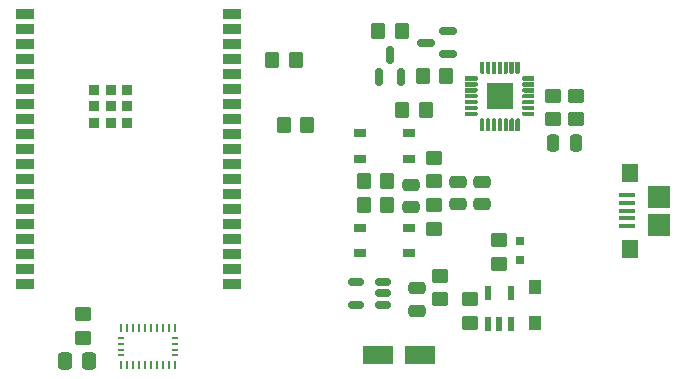
<source format=gbr>
%TF.GenerationSoftware,KiCad,Pcbnew,8.0.8-8.0.8-0~ubuntu24.04.1*%
%TF.CreationDate,2025-02-07T13:21:18-05:00*%
%TF.ProjectId,snowboard,736e6f77-626f-4617-9264-2e6b69636164,rev?*%
%TF.SameCoordinates,Original*%
%TF.FileFunction,Paste,Top*%
%TF.FilePolarity,Positive*%
%FSLAX46Y46*%
G04 Gerber Fmt 4.6, Leading zero omitted, Abs format (unit mm)*
G04 Created by KiCad (PCBNEW 8.0.8-8.0.8-0~ubuntu24.04.1) date 2025-02-07 13:21:18*
%MOMM*%
%LPD*%
G01*
G04 APERTURE LIST*
G04 Aperture macros list*
%AMRoundRect*
0 Rectangle with rounded corners*
0 $1 Rounding radius*
0 $2 $3 $4 $5 $6 $7 $8 $9 X,Y pos of 4 corners*
0 Add a 4 corners polygon primitive as box body*
4,1,4,$2,$3,$4,$5,$6,$7,$8,$9,$2,$3,0*
0 Add four circle primitives for the rounded corners*
1,1,$1+$1,$2,$3*
1,1,$1+$1,$4,$5*
1,1,$1+$1,$6,$7*
1,1,$1+$1,$8,$9*
0 Add four rect primitives between the rounded corners*
20,1,$1+$1,$2,$3,$4,$5,0*
20,1,$1+$1,$4,$5,$6,$7,0*
20,1,$1+$1,$6,$7,$8,$9,0*
20,1,$1+$1,$8,$9,$2,$3,0*%
G04 Aperture macros list end*
%ADD10C,0.010000*%
%ADD11RoundRect,0.250000X-0.450000X0.350000X-0.450000X-0.350000X0.450000X-0.350000X0.450000X0.350000X0*%
%ADD12RoundRect,0.150000X0.512500X0.150000X-0.512500X0.150000X-0.512500X-0.150000X0.512500X-0.150000X0*%
%ADD13RoundRect,0.250000X-0.250000X-0.475000X0.250000X-0.475000X0.250000X0.475000X-0.250000X0.475000X0*%
%ADD14RoundRect,0.250000X-0.350000X-0.450000X0.350000X-0.450000X0.350000X0.450000X-0.350000X0.450000X0*%
%ADD15R,1.350000X0.400000*%
%ADD16R,1.400000X1.600000*%
%ADD17R,1.900000X1.900000*%
%ADD18RoundRect,0.250000X0.475000X-0.250000X0.475000X0.250000X-0.475000X0.250000X-0.475000X-0.250000X0*%
%ADD19RoundRect,0.250000X0.337500X0.475000X-0.337500X0.475000X-0.337500X-0.475000X0.337500X-0.475000X0*%
%ADD20RoundRect,0.250000X0.350000X0.450000X-0.350000X0.450000X-0.350000X-0.450000X0.350000X-0.450000X0*%
%ADD21R,1.050000X0.650000*%
%ADD22RoundRect,0.250000X0.450000X-0.350000X0.450000X0.350000X-0.450000X0.350000X-0.450000X-0.350000X0*%
%ADD23R,0.250000X0.675000*%
%ADD24R,0.575000X0.250000*%
%ADD25R,1.092200X1.143000*%
%ADD26R,0.800000X0.800000*%
%ADD27RoundRect,0.150000X0.587500X0.150000X-0.587500X0.150000X-0.587500X-0.150000X0.587500X-0.150000X0*%
%ADD28RoundRect,0.150000X0.150000X-0.587500X0.150000X0.587500X-0.150000X0.587500X-0.150000X-0.587500X0*%
%ADD29R,2.600000X1.600000*%
%ADD30R,0.900000X0.900000*%
%ADD31R,1.500000X0.900000*%
%ADD32R,0.558800X1.270000*%
G04 APERTURE END LIST*
D10*
%TO.C,U2*%
X178309360Y-118559360D02*
X176190640Y-118559360D01*
X176190640Y-116440640D01*
X178309360Y-116440640D01*
X178309360Y-118559360D01*
G36*
X178309360Y-118559360D02*
G01*
X176190640Y-118559360D01*
X176190640Y-116440640D01*
X178309360Y-116440640D01*
X178309360Y-118559360D01*
G37*
X175191000Y-115851000D02*
X175198000Y-115852000D01*
X175206000Y-115853000D01*
X175214000Y-115855000D01*
X175221000Y-115857000D01*
X175229000Y-115860000D01*
X175236000Y-115863000D01*
X175243000Y-115866000D01*
X175249999Y-115870000D01*
X175257000Y-115874000D01*
X175263000Y-115879000D01*
X175269000Y-115883000D01*
X175275000Y-115889000D01*
X175281000Y-115894000D01*
X175286000Y-115900000D01*
X175292000Y-115906000D01*
X175296000Y-115912000D01*
X175301000Y-115918000D01*
X175305000Y-115925000D01*
X175309000Y-115932000D01*
X175312000Y-115939000D01*
X175314999Y-115946000D01*
X175318000Y-115954000D01*
X175320000Y-115961000D01*
X175322001Y-115969000D01*
X175323000Y-115977000D01*
X175324000Y-115984000D01*
X175324999Y-115992000D01*
X175325000Y-116000000D01*
X175325000Y-116008000D01*
X175324000Y-116016000D01*
X175323000Y-116023000D01*
X175322000Y-116031000D01*
X175320000Y-116039000D01*
X175318000Y-116046000D01*
X175315000Y-116054000D01*
X175312000Y-116061000D01*
X175309000Y-116068000D01*
X175305000Y-116075000D01*
X175300999Y-116082000D01*
X175296000Y-116088000D01*
X175292000Y-116094000D01*
X175286000Y-116100000D01*
X175281000Y-116106000D01*
X175275000Y-116111000D01*
X175269000Y-116117000D01*
X175263000Y-116121000D01*
X175257000Y-116126000D01*
X175250000Y-116130000D01*
X175243000Y-116134000D01*
X175235999Y-116137000D01*
X175229000Y-116140000D01*
X175221000Y-116143000D01*
X175214000Y-116145000D01*
X175206000Y-116147000D01*
X175198000Y-116148001D01*
X175191000Y-116149000D01*
X175183000Y-116150000D01*
X175175000Y-116150000D01*
X174375000Y-116150000D01*
X174375000Y-115850000D01*
X175175000Y-115850000D01*
X175183000Y-115850000D01*
X175191000Y-115851000D01*
G36*
X175191000Y-115851000D02*
G01*
X175198000Y-115852000D01*
X175206000Y-115853000D01*
X175214000Y-115855000D01*
X175221000Y-115857000D01*
X175229000Y-115860000D01*
X175236000Y-115863000D01*
X175243000Y-115866000D01*
X175249999Y-115870000D01*
X175257000Y-115874000D01*
X175263000Y-115879000D01*
X175269000Y-115883000D01*
X175275000Y-115889000D01*
X175281000Y-115894000D01*
X175286000Y-115900000D01*
X175292000Y-115906000D01*
X175296000Y-115912000D01*
X175301000Y-115918000D01*
X175305000Y-115925000D01*
X175309000Y-115932000D01*
X175312000Y-115939000D01*
X175314999Y-115946000D01*
X175318000Y-115954000D01*
X175320000Y-115961000D01*
X175322001Y-115969000D01*
X175323000Y-115977000D01*
X175324000Y-115984000D01*
X175324999Y-115992000D01*
X175325000Y-116000000D01*
X175325000Y-116008000D01*
X175324000Y-116016000D01*
X175323000Y-116023000D01*
X175322000Y-116031000D01*
X175320000Y-116039000D01*
X175318000Y-116046000D01*
X175315000Y-116054000D01*
X175312000Y-116061000D01*
X175309000Y-116068000D01*
X175305000Y-116075000D01*
X175300999Y-116082000D01*
X175296000Y-116088000D01*
X175292000Y-116094000D01*
X175286000Y-116100000D01*
X175281000Y-116106000D01*
X175275000Y-116111000D01*
X175269000Y-116117000D01*
X175263000Y-116121000D01*
X175257000Y-116126000D01*
X175250000Y-116130000D01*
X175243000Y-116134000D01*
X175235999Y-116137000D01*
X175229000Y-116140000D01*
X175221000Y-116143000D01*
X175214000Y-116145000D01*
X175206000Y-116147000D01*
X175198000Y-116148001D01*
X175191000Y-116149000D01*
X175183000Y-116150000D01*
X175175000Y-116150000D01*
X174375000Y-116150000D01*
X174375000Y-115850000D01*
X175175000Y-115850000D01*
X175183000Y-115850000D01*
X175191000Y-115851000D01*
G37*
X175191000Y-116351000D02*
X175197999Y-116352000D01*
X175206000Y-116353000D01*
X175214000Y-116355000D01*
X175221000Y-116357000D01*
X175229000Y-116360000D01*
X175236000Y-116363001D01*
X175243000Y-116366000D01*
X175250000Y-116370000D01*
X175257000Y-116374000D01*
X175263000Y-116379000D01*
X175269000Y-116383000D01*
X175275000Y-116388999D01*
X175281000Y-116394000D01*
X175286000Y-116400000D01*
X175292000Y-116406000D01*
X175296000Y-116412000D01*
X175300999Y-116418000D01*
X175305000Y-116425000D01*
X175309000Y-116432000D01*
X175312000Y-116439000D01*
X175315000Y-116446000D01*
X175318000Y-116454000D01*
X175320000Y-116461000D01*
X175322000Y-116469000D01*
X175323000Y-116477000D01*
X175324000Y-116484000D01*
X175325000Y-116492000D01*
X175325000Y-116500000D01*
X175325000Y-116508001D01*
X175324000Y-116516000D01*
X175323000Y-116523000D01*
X175322001Y-116531000D01*
X175320000Y-116538999D01*
X175318000Y-116546000D01*
X175314999Y-116554000D01*
X175312000Y-116561000D01*
X175309000Y-116568000D01*
X175305000Y-116575000D01*
X175301000Y-116582000D01*
X175296000Y-116588000D01*
X175292000Y-116594000D01*
X175286000Y-116600000D01*
X175281000Y-116606000D01*
X175275000Y-116611000D01*
X175269000Y-116617000D01*
X175263000Y-116621000D01*
X175257000Y-116626000D01*
X175250000Y-116630001D01*
X175243000Y-116634000D01*
X175236000Y-116637000D01*
X175229000Y-116640000D01*
X175221000Y-116643000D01*
X175214000Y-116645000D01*
X175206000Y-116647000D01*
X175198000Y-116648000D01*
X175191000Y-116649000D01*
X175183000Y-116650000D01*
X175175000Y-116650000D01*
X174375000Y-116650000D01*
X174375000Y-116350000D01*
X175175000Y-116350000D01*
X175183000Y-116350000D01*
X175191000Y-116351000D01*
G36*
X175191000Y-116351000D02*
G01*
X175197999Y-116352000D01*
X175206000Y-116353000D01*
X175214000Y-116355000D01*
X175221000Y-116357000D01*
X175229000Y-116360000D01*
X175236000Y-116363001D01*
X175243000Y-116366000D01*
X175250000Y-116370000D01*
X175257000Y-116374000D01*
X175263000Y-116379000D01*
X175269000Y-116383000D01*
X175275000Y-116388999D01*
X175281000Y-116394000D01*
X175286000Y-116400000D01*
X175292000Y-116406000D01*
X175296000Y-116412000D01*
X175300999Y-116418000D01*
X175305000Y-116425000D01*
X175309000Y-116432000D01*
X175312000Y-116439000D01*
X175315000Y-116446000D01*
X175318000Y-116454000D01*
X175320000Y-116461000D01*
X175322000Y-116469000D01*
X175323000Y-116477000D01*
X175324000Y-116484000D01*
X175325000Y-116492000D01*
X175325000Y-116500000D01*
X175325000Y-116508001D01*
X175324000Y-116516000D01*
X175323000Y-116523000D01*
X175322001Y-116531000D01*
X175320000Y-116538999D01*
X175318000Y-116546000D01*
X175314999Y-116554000D01*
X175312000Y-116561000D01*
X175309000Y-116568000D01*
X175305000Y-116575000D01*
X175301000Y-116582000D01*
X175296000Y-116588000D01*
X175292000Y-116594000D01*
X175286000Y-116600000D01*
X175281000Y-116606000D01*
X175275000Y-116611000D01*
X175269000Y-116617000D01*
X175263000Y-116621000D01*
X175257000Y-116626000D01*
X175250000Y-116630001D01*
X175243000Y-116634000D01*
X175236000Y-116637000D01*
X175229000Y-116640000D01*
X175221000Y-116643000D01*
X175214000Y-116645000D01*
X175206000Y-116647000D01*
X175198000Y-116648000D01*
X175191000Y-116649000D01*
X175183000Y-116650000D01*
X175175000Y-116650000D01*
X174375000Y-116650000D01*
X174375000Y-116350000D01*
X175175000Y-116350000D01*
X175183000Y-116350000D01*
X175191000Y-116351000D01*
G37*
X175191000Y-116851000D02*
X175198000Y-116852000D01*
X175206000Y-116853000D01*
X175214000Y-116855001D01*
X175221000Y-116857000D01*
X175229000Y-116860000D01*
X175236000Y-116863000D01*
X175243000Y-116866000D01*
X175250000Y-116870000D01*
X175257000Y-116874000D01*
X175263000Y-116879000D01*
X175269000Y-116883001D01*
X175275000Y-116889000D01*
X175281000Y-116894000D01*
X175286000Y-116900000D01*
X175291999Y-116906000D01*
X175296000Y-116912000D01*
X175301000Y-116918000D01*
X175305000Y-116925000D01*
X175309000Y-116932000D01*
X175312000Y-116939000D01*
X175315000Y-116946000D01*
X175318000Y-116954000D01*
X175319999Y-116961000D01*
X175322000Y-116969000D01*
X175323000Y-116977000D01*
X175324000Y-116984000D01*
X175325000Y-116992000D01*
X175325000Y-117000000D01*
X175325000Y-117008000D01*
X175324000Y-117016000D01*
X175323000Y-117023000D01*
X175322000Y-117031000D01*
X175320000Y-117039000D01*
X175318000Y-117046000D01*
X175315000Y-117054000D01*
X175312000Y-117061000D01*
X175309000Y-117068000D01*
X175305000Y-117075000D01*
X175301000Y-117081999D01*
X175296000Y-117088000D01*
X175292000Y-117094000D01*
X175286000Y-117100000D01*
X175281000Y-117106000D01*
X175275001Y-117111000D01*
X175269000Y-117117001D01*
X175263000Y-117121000D01*
X175257000Y-117126000D01*
X175250000Y-117130000D01*
X175243000Y-117134000D01*
X175236000Y-117137000D01*
X175229000Y-117140000D01*
X175221000Y-117143000D01*
X175214001Y-117145000D01*
X175206000Y-117147000D01*
X175197999Y-117148000D01*
X175191001Y-117149000D01*
X175183000Y-117150000D01*
X175175000Y-117150000D01*
X174375000Y-117150001D01*
X174375000Y-116850001D01*
X175175000Y-116850000D01*
X175183000Y-116850000D01*
X175191000Y-116851000D01*
G36*
X175191000Y-116851000D02*
G01*
X175198000Y-116852000D01*
X175206000Y-116853000D01*
X175214000Y-116855001D01*
X175221000Y-116857000D01*
X175229000Y-116860000D01*
X175236000Y-116863000D01*
X175243000Y-116866000D01*
X175250000Y-116870000D01*
X175257000Y-116874000D01*
X175263000Y-116879000D01*
X175269000Y-116883001D01*
X175275000Y-116889000D01*
X175281000Y-116894000D01*
X175286000Y-116900000D01*
X175291999Y-116906000D01*
X175296000Y-116912000D01*
X175301000Y-116918000D01*
X175305000Y-116925000D01*
X175309000Y-116932000D01*
X175312000Y-116939000D01*
X175315000Y-116946000D01*
X175318000Y-116954000D01*
X175319999Y-116961000D01*
X175322000Y-116969000D01*
X175323000Y-116977000D01*
X175324000Y-116984000D01*
X175325000Y-116992000D01*
X175325000Y-117000000D01*
X175325000Y-117008000D01*
X175324000Y-117016000D01*
X175323000Y-117023000D01*
X175322000Y-117031000D01*
X175320000Y-117039000D01*
X175318000Y-117046000D01*
X175315000Y-117054000D01*
X175312000Y-117061000D01*
X175309000Y-117068000D01*
X175305000Y-117075000D01*
X175301000Y-117081999D01*
X175296000Y-117088000D01*
X175292000Y-117094000D01*
X175286000Y-117100000D01*
X175281000Y-117106000D01*
X175275001Y-117111000D01*
X175269000Y-117117001D01*
X175263000Y-117121000D01*
X175257000Y-117126000D01*
X175250000Y-117130000D01*
X175243000Y-117134000D01*
X175236000Y-117137000D01*
X175229000Y-117140000D01*
X175221000Y-117143000D01*
X175214001Y-117145000D01*
X175206000Y-117147000D01*
X175197999Y-117148000D01*
X175191001Y-117149000D01*
X175183000Y-117150000D01*
X175175000Y-117150000D01*
X174375000Y-117150001D01*
X174375000Y-116850001D01*
X175175000Y-116850000D01*
X175183000Y-116850000D01*
X175191000Y-116851000D01*
G37*
X175191000Y-117351000D02*
X175198000Y-117352000D01*
X175206000Y-117353000D01*
X175214000Y-117355000D01*
X175221000Y-117357000D01*
X175229000Y-117360000D01*
X175236000Y-117362999D01*
X175243000Y-117366000D01*
X175250000Y-117370001D01*
X175257000Y-117374000D01*
X175263000Y-117379000D01*
X175269000Y-117383000D01*
X175275000Y-117389000D01*
X175281000Y-117394000D01*
X175286000Y-117400000D01*
X175292000Y-117406000D01*
X175296000Y-117412000D01*
X175301000Y-117418000D01*
X175305000Y-117425000D01*
X175309000Y-117432000D01*
X175312001Y-117439000D01*
X175315000Y-117446000D01*
X175318000Y-117454000D01*
X175320000Y-117461000D01*
X175322000Y-117469000D01*
X175323000Y-117477000D01*
X175324000Y-117484000D01*
X175325000Y-117492001D01*
X175324999Y-117500000D01*
X175325000Y-117507999D01*
X175324000Y-117516000D01*
X175323000Y-117523000D01*
X175322000Y-117531000D01*
X175320000Y-117539000D01*
X175318000Y-117546000D01*
X175315000Y-117554000D01*
X175312001Y-117561000D01*
X175309000Y-117568000D01*
X175305000Y-117575000D01*
X175301000Y-117582000D01*
X175296000Y-117588000D01*
X175292000Y-117594000D01*
X175286000Y-117600000D01*
X175281000Y-117606000D01*
X175275000Y-117611000D01*
X175269000Y-117617000D01*
X175263000Y-117621000D01*
X175257000Y-117626000D01*
X175250000Y-117629999D01*
X175243000Y-117634000D01*
X175236000Y-117637001D01*
X175229000Y-117640000D01*
X175221000Y-117643000D01*
X175214000Y-117645000D01*
X175206000Y-117647000D01*
X175198000Y-117648000D01*
X175191000Y-117649000D01*
X175183000Y-117650000D01*
X175174999Y-117650000D01*
X174375000Y-117650000D01*
X174375000Y-117350000D01*
X175174999Y-117350000D01*
X175183000Y-117350000D01*
X175191000Y-117351000D01*
G36*
X175191000Y-117351000D02*
G01*
X175198000Y-117352000D01*
X175206000Y-117353000D01*
X175214000Y-117355000D01*
X175221000Y-117357000D01*
X175229000Y-117360000D01*
X175236000Y-117362999D01*
X175243000Y-117366000D01*
X175250000Y-117370001D01*
X175257000Y-117374000D01*
X175263000Y-117379000D01*
X175269000Y-117383000D01*
X175275000Y-117389000D01*
X175281000Y-117394000D01*
X175286000Y-117400000D01*
X175292000Y-117406000D01*
X175296000Y-117412000D01*
X175301000Y-117418000D01*
X175305000Y-117425000D01*
X175309000Y-117432000D01*
X175312001Y-117439000D01*
X175315000Y-117446000D01*
X175318000Y-117454000D01*
X175320000Y-117461000D01*
X175322000Y-117469000D01*
X175323000Y-117477000D01*
X175324000Y-117484000D01*
X175325000Y-117492001D01*
X175324999Y-117500000D01*
X175325000Y-117507999D01*
X175324000Y-117516000D01*
X175323000Y-117523000D01*
X175322000Y-117531000D01*
X175320000Y-117539000D01*
X175318000Y-117546000D01*
X175315000Y-117554000D01*
X175312001Y-117561000D01*
X175309000Y-117568000D01*
X175305000Y-117575000D01*
X175301000Y-117582000D01*
X175296000Y-117588000D01*
X175292000Y-117594000D01*
X175286000Y-117600000D01*
X175281000Y-117606000D01*
X175275000Y-117611000D01*
X175269000Y-117617000D01*
X175263000Y-117621000D01*
X175257000Y-117626000D01*
X175250000Y-117629999D01*
X175243000Y-117634000D01*
X175236000Y-117637001D01*
X175229000Y-117640000D01*
X175221000Y-117643000D01*
X175214000Y-117645000D01*
X175206000Y-117647000D01*
X175198000Y-117648000D01*
X175191000Y-117649000D01*
X175183000Y-117650000D01*
X175174999Y-117650000D01*
X174375000Y-117650000D01*
X174375000Y-117350000D01*
X175174999Y-117350000D01*
X175183000Y-117350000D01*
X175191000Y-117351000D01*
G37*
X175175000Y-117850000D02*
X175183000Y-117850000D01*
X175191001Y-117851000D01*
X175197999Y-117852000D01*
X175206000Y-117853000D01*
X175214001Y-117855000D01*
X175221000Y-117857000D01*
X175229000Y-117860000D01*
X175236000Y-117863000D01*
X175243000Y-117866000D01*
X175250000Y-117870000D01*
X175257000Y-117874000D01*
X175263000Y-117879000D01*
X175269000Y-117882999D01*
X175275001Y-117889000D01*
X175281000Y-117894000D01*
X175286000Y-117900000D01*
X175292000Y-117906000D01*
X175296000Y-117912000D01*
X175301000Y-117918001D01*
X175305000Y-117925000D01*
X175309000Y-117932000D01*
X175312000Y-117939000D01*
X175315000Y-117946000D01*
X175318000Y-117954000D01*
X175320000Y-117961000D01*
X175322000Y-117969000D01*
X175323000Y-117977000D01*
X175324000Y-117984000D01*
X175325000Y-117992000D01*
X175325000Y-118000000D01*
X175325000Y-118008000D01*
X175324000Y-118016000D01*
X175323000Y-118023000D01*
X175322000Y-118031000D01*
X175319999Y-118039000D01*
X175318000Y-118046000D01*
X175315000Y-118054000D01*
X175312000Y-118061000D01*
X175309000Y-118068000D01*
X175305000Y-118075000D01*
X175301000Y-118082000D01*
X175296000Y-118088000D01*
X175291999Y-118094000D01*
X175286000Y-118100000D01*
X175281000Y-118106000D01*
X175275000Y-118111000D01*
X175269000Y-118116999D01*
X175263000Y-118121000D01*
X175257000Y-118126000D01*
X175250000Y-118130000D01*
X175243000Y-118134000D01*
X175236000Y-118137000D01*
X175229000Y-118140000D01*
X175221000Y-118143000D01*
X175214000Y-118144999D01*
X175206000Y-118147000D01*
X175198000Y-118148000D01*
X175191000Y-118149000D01*
X175183000Y-118150000D01*
X175175000Y-118150000D01*
X174375000Y-118149999D01*
X174375000Y-117849999D01*
X175175000Y-117850000D01*
G36*
X175175000Y-117850000D02*
G01*
X175183000Y-117850000D01*
X175191001Y-117851000D01*
X175197999Y-117852000D01*
X175206000Y-117853000D01*
X175214001Y-117855000D01*
X175221000Y-117857000D01*
X175229000Y-117860000D01*
X175236000Y-117863000D01*
X175243000Y-117866000D01*
X175250000Y-117870000D01*
X175257000Y-117874000D01*
X175263000Y-117879000D01*
X175269000Y-117882999D01*
X175275001Y-117889000D01*
X175281000Y-117894000D01*
X175286000Y-117900000D01*
X175292000Y-117906000D01*
X175296000Y-117912000D01*
X175301000Y-117918001D01*
X175305000Y-117925000D01*
X175309000Y-117932000D01*
X175312000Y-117939000D01*
X175315000Y-117946000D01*
X175318000Y-117954000D01*
X175320000Y-117961000D01*
X175322000Y-117969000D01*
X175323000Y-117977000D01*
X175324000Y-117984000D01*
X175325000Y-117992000D01*
X175325000Y-118000000D01*
X175325000Y-118008000D01*
X175324000Y-118016000D01*
X175323000Y-118023000D01*
X175322000Y-118031000D01*
X175319999Y-118039000D01*
X175318000Y-118046000D01*
X175315000Y-118054000D01*
X175312000Y-118061000D01*
X175309000Y-118068000D01*
X175305000Y-118075000D01*
X175301000Y-118082000D01*
X175296000Y-118088000D01*
X175291999Y-118094000D01*
X175286000Y-118100000D01*
X175281000Y-118106000D01*
X175275000Y-118111000D01*
X175269000Y-118116999D01*
X175263000Y-118121000D01*
X175257000Y-118126000D01*
X175250000Y-118130000D01*
X175243000Y-118134000D01*
X175236000Y-118137000D01*
X175229000Y-118140000D01*
X175221000Y-118143000D01*
X175214000Y-118144999D01*
X175206000Y-118147000D01*
X175198000Y-118148000D01*
X175191000Y-118149000D01*
X175183000Y-118150000D01*
X175175000Y-118150000D01*
X174375000Y-118149999D01*
X174375000Y-117849999D01*
X175175000Y-117850000D01*
G37*
X175191000Y-118351000D02*
X175198000Y-118352000D01*
X175206000Y-118353000D01*
X175214000Y-118355000D01*
X175221000Y-118357000D01*
X175229000Y-118360000D01*
X175236000Y-118363000D01*
X175243000Y-118366000D01*
X175250000Y-118369999D01*
X175257000Y-118374000D01*
X175263000Y-118379000D01*
X175269000Y-118383000D01*
X175275000Y-118389000D01*
X175281000Y-118394000D01*
X175286000Y-118400000D01*
X175292000Y-118406000D01*
X175296000Y-118412000D01*
X175301000Y-118418000D01*
X175305000Y-118425000D01*
X175309000Y-118432000D01*
X175312000Y-118439000D01*
X175314999Y-118446000D01*
X175318000Y-118454000D01*
X175320000Y-118461001D01*
X175322001Y-118469000D01*
X175323000Y-118477000D01*
X175324000Y-118484000D01*
X175325000Y-118491999D01*
X175325000Y-118500000D01*
X175325000Y-118508000D01*
X175324000Y-118516000D01*
X175323000Y-118523000D01*
X175322000Y-118531000D01*
X175320000Y-118539000D01*
X175318000Y-118546000D01*
X175315000Y-118554000D01*
X175312000Y-118561000D01*
X175309000Y-118568000D01*
X175305000Y-118575000D01*
X175300999Y-118582000D01*
X175296000Y-118588000D01*
X175292000Y-118594000D01*
X175286000Y-118600000D01*
X175281000Y-118606000D01*
X175275000Y-118611001D01*
X175269000Y-118617000D01*
X175263000Y-118621000D01*
X175257000Y-118626000D01*
X175250000Y-118630000D01*
X175243000Y-118634000D01*
X175236000Y-118636999D01*
X175229000Y-118640000D01*
X175221000Y-118643000D01*
X175214000Y-118645000D01*
X175206000Y-118647000D01*
X175197999Y-118648000D01*
X175191000Y-118649000D01*
X175183000Y-118650000D01*
X175175000Y-118650000D01*
X174375000Y-118650000D01*
X174375000Y-118350000D01*
X175175000Y-118350000D01*
X175183000Y-118350000D01*
X175191000Y-118351000D01*
G36*
X175191000Y-118351000D02*
G01*
X175198000Y-118352000D01*
X175206000Y-118353000D01*
X175214000Y-118355000D01*
X175221000Y-118357000D01*
X175229000Y-118360000D01*
X175236000Y-118363000D01*
X175243000Y-118366000D01*
X175250000Y-118369999D01*
X175257000Y-118374000D01*
X175263000Y-118379000D01*
X175269000Y-118383000D01*
X175275000Y-118389000D01*
X175281000Y-118394000D01*
X175286000Y-118400000D01*
X175292000Y-118406000D01*
X175296000Y-118412000D01*
X175301000Y-118418000D01*
X175305000Y-118425000D01*
X175309000Y-118432000D01*
X175312000Y-118439000D01*
X175314999Y-118446000D01*
X175318000Y-118454000D01*
X175320000Y-118461001D01*
X175322001Y-118469000D01*
X175323000Y-118477000D01*
X175324000Y-118484000D01*
X175325000Y-118491999D01*
X175325000Y-118500000D01*
X175325000Y-118508000D01*
X175324000Y-118516000D01*
X175323000Y-118523000D01*
X175322000Y-118531000D01*
X175320000Y-118539000D01*
X175318000Y-118546000D01*
X175315000Y-118554000D01*
X175312000Y-118561000D01*
X175309000Y-118568000D01*
X175305000Y-118575000D01*
X175300999Y-118582000D01*
X175296000Y-118588000D01*
X175292000Y-118594000D01*
X175286000Y-118600000D01*
X175281000Y-118606000D01*
X175275000Y-118611001D01*
X175269000Y-118617000D01*
X175263000Y-118621000D01*
X175257000Y-118626000D01*
X175250000Y-118630000D01*
X175243000Y-118634000D01*
X175236000Y-118636999D01*
X175229000Y-118640000D01*
X175221000Y-118643000D01*
X175214000Y-118645000D01*
X175206000Y-118647000D01*
X175197999Y-118648000D01*
X175191000Y-118649000D01*
X175183000Y-118650000D01*
X175175000Y-118650000D01*
X174375000Y-118650000D01*
X174375000Y-118350000D01*
X175175000Y-118350000D01*
X175183000Y-118350000D01*
X175191000Y-118351000D01*
G37*
X175191000Y-118851000D02*
X175198000Y-118851999D01*
X175206000Y-118853000D01*
X175214000Y-118855000D01*
X175221000Y-118857000D01*
X175229000Y-118860000D01*
X175235999Y-118863000D01*
X175243000Y-118866000D01*
X175250000Y-118870000D01*
X175257000Y-118874000D01*
X175263000Y-118879000D01*
X175269000Y-118883000D01*
X175275000Y-118889000D01*
X175281000Y-118894000D01*
X175286000Y-118900000D01*
X175292000Y-118906000D01*
X175296000Y-118912000D01*
X175300999Y-118918000D01*
X175305000Y-118925000D01*
X175309000Y-118932000D01*
X175312000Y-118939000D01*
X175315000Y-118946000D01*
X175318000Y-118954000D01*
X175320000Y-118961000D01*
X175322000Y-118969000D01*
X175323000Y-118977000D01*
X175324000Y-118984000D01*
X175325000Y-118992000D01*
X175325000Y-119000000D01*
X175324999Y-119008000D01*
X175324000Y-119016000D01*
X175323000Y-119023000D01*
X175322001Y-119031000D01*
X175320000Y-119039000D01*
X175318000Y-119046000D01*
X175314999Y-119054000D01*
X175312000Y-119061000D01*
X175309000Y-119068000D01*
X175305000Y-119075000D01*
X175301000Y-119082000D01*
X175296000Y-119088000D01*
X175292000Y-119094000D01*
X175286000Y-119100000D01*
X175281000Y-119106000D01*
X175275000Y-119111000D01*
X175269000Y-119117000D01*
X175263000Y-119121000D01*
X175257000Y-119126000D01*
X175249999Y-119130000D01*
X175243000Y-119134000D01*
X175236000Y-119137000D01*
X175229000Y-119140000D01*
X175221000Y-119143000D01*
X175214000Y-119145000D01*
X175206000Y-119147000D01*
X175198000Y-119148000D01*
X175191000Y-119149000D01*
X175183000Y-119150000D01*
X175175000Y-119150000D01*
X174375000Y-119150000D01*
X174375000Y-118850000D01*
X175175000Y-118850000D01*
X175183000Y-118850000D01*
X175191000Y-118851000D01*
G36*
X175191000Y-118851000D02*
G01*
X175198000Y-118851999D01*
X175206000Y-118853000D01*
X175214000Y-118855000D01*
X175221000Y-118857000D01*
X175229000Y-118860000D01*
X175235999Y-118863000D01*
X175243000Y-118866000D01*
X175250000Y-118870000D01*
X175257000Y-118874000D01*
X175263000Y-118879000D01*
X175269000Y-118883000D01*
X175275000Y-118889000D01*
X175281000Y-118894000D01*
X175286000Y-118900000D01*
X175292000Y-118906000D01*
X175296000Y-118912000D01*
X175300999Y-118918000D01*
X175305000Y-118925000D01*
X175309000Y-118932000D01*
X175312000Y-118939000D01*
X175315000Y-118946000D01*
X175318000Y-118954000D01*
X175320000Y-118961000D01*
X175322000Y-118969000D01*
X175323000Y-118977000D01*
X175324000Y-118984000D01*
X175325000Y-118992000D01*
X175325000Y-119000000D01*
X175324999Y-119008000D01*
X175324000Y-119016000D01*
X175323000Y-119023000D01*
X175322001Y-119031000D01*
X175320000Y-119039000D01*
X175318000Y-119046000D01*
X175314999Y-119054000D01*
X175312000Y-119061000D01*
X175309000Y-119068000D01*
X175305000Y-119075000D01*
X175301000Y-119082000D01*
X175296000Y-119088000D01*
X175292000Y-119094000D01*
X175286000Y-119100000D01*
X175281000Y-119106000D01*
X175275000Y-119111000D01*
X175269000Y-119117000D01*
X175263000Y-119121000D01*
X175257000Y-119126000D01*
X175249999Y-119130000D01*
X175243000Y-119134000D01*
X175236000Y-119137000D01*
X175229000Y-119140000D01*
X175221000Y-119143000D01*
X175214000Y-119145000D01*
X175206000Y-119147000D01*
X175198000Y-119148000D01*
X175191000Y-119149000D01*
X175183000Y-119150000D01*
X175175000Y-119150000D01*
X174375000Y-119150000D01*
X174375000Y-118850000D01*
X175175000Y-118850000D01*
X175183000Y-118850000D01*
X175191000Y-118851000D01*
G37*
X175766000Y-119426000D02*
X175773000Y-119427000D01*
X175781000Y-119428000D01*
X175789000Y-119430000D01*
X175796000Y-119432000D01*
X175804000Y-119435000D01*
X175811000Y-119438000D01*
X175818000Y-119441000D01*
X175825000Y-119445000D01*
X175832000Y-119449001D01*
X175838000Y-119454000D01*
X175844000Y-119458000D01*
X175850000Y-119464000D01*
X175856000Y-119469000D01*
X175861000Y-119475000D01*
X175867000Y-119481000D01*
X175871000Y-119487000D01*
X175876000Y-119493000D01*
X175880000Y-119500000D01*
X175884000Y-119507000D01*
X175887000Y-119514001D01*
X175890000Y-119521000D01*
X175893000Y-119529000D01*
X175895000Y-119536000D01*
X175897000Y-119544000D01*
X175898001Y-119552000D01*
X175899000Y-119559000D01*
X175900000Y-119567000D01*
X175900000Y-119575000D01*
X175900000Y-120375000D01*
X175600000Y-120375000D01*
X175600000Y-119575000D01*
X175600000Y-119567000D01*
X175601000Y-119559000D01*
X175602000Y-119552000D01*
X175603000Y-119544000D01*
X175605000Y-119536000D01*
X175607000Y-119529000D01*
X175610000Y-119521000D01*
X175613000Y-119514000D01*
X175616000Y-119507000D01*
X175620000Y-119500001D01*
X175624000Y-119493000D01*
X175629000Y-119487000D01*
X175633000Y-119481000D01*
X175639000Y-119475000D01*
X175644000Y-119469000D01*
X175650000Y-119464000D01*
X175656000Y-119458000D01*
X175662000Y-119454000D01*
X175668000Y-119449000D01*
X175675000Y-119445000D01*
X175682000Y-119441000D01*
X175689000Y-119438000D01*
X175696000Y-119435001D01*
X175704000Y-119432000D01*
X175711000Y-119430000D01*
X175719000Y-119427999D01*
X175727000Y-119427000D01*
X175734000Y-119426000D01*
X175742000Y-119425001D01*
X175750000Y-119425000D01*
X175758000Y-119425000D01*
X175766000Y-119426000D01*
G36*
X175766000Y-119426000D02*
G01*
X175773000Y-119427000D01*
X175781000Y-119428000D01*
X175789000Y-119430000D01*
X175796000Y-119432000D01*
X175804000Y-119435000D01*
X175811000Y-119438000D01*
X175818000Y-119441000D01*
X175825000Y-119445000D01*
X175832000Y-119449001D01*
X175838000Y-119454000D01*
X175844000Y-119458000D01*
X175850000Y-119464000D01*
X175856000Y-119469000D01*
X175861000Y-119475000D01*
X175867000Y-119481000D01*
X175871000Y-119487000D01*
X175876000Y-119493000D01*
X175880000Y-119500000D01*
X175884000Y-119507000D01*
X175887000Y-119514001D01*
X175890000Y-119521000D01*
X175893000Y-119529000D01*
X175895000Y-119536000D01*
X175897000Y-119544000D01*
X175898001Y-119552000D01*
X175899000Y-119559000D01*
X175900000Y-119567000D01*
X175900000Y-119575000D01*
X175900000Y-120375000D01*
X175600000Y-120375000D01*
X175600000Y-119575000D01*
X175600000Y-119567000D01*
X175601000Y-119559000D01*
X175602000Y-119552000D01*
X175603000Y-119544000D01*
X175605000Y-119536000D01*
X175607000Y-119529000D01*
X175610000Y-119521000D01*
X175613000Y-119514000D01*
X175616000Y-119507000D01*
X175620000Y-119500001D01*
X175624000Y-119493000D01*
X175629000Y-119487000D01*
X175633000Y-119481000D01*
X175639000Y-119475000D01*
X175644000Y-119469000D01*
X175650000Y-119464000D01*
X175656000Y-119458000D01*
X175662000Y-119454000D01*
X175668000Y-119449000D01*
X175675000Y-119445000D01*
X175682000Y-119441000D01*
X175689000Y-119438000D01*
X175696000Y-119435001D01*
X175704000Y-119432000D01*
X175711000Y-119430000D01*
X175719000Y-119427999D01*
X175727000Y-119427000D01*
X175734000Y-119426000D01*
X175742000Y-119425001D01*
X175750000Y-119425000D01*
X175758000Y-119425000D01*
X175766000Y-119426000D01*
G37*
X175900000Y-115425000D02*
X175900000Y-115433000D01*
X175899000Y-115441000D01*
X175898001Y-115448000D01*
X175897000Y-115456000D01*
X175895000Y-115464000D01*
X175893000Y-115471000D01*
X175890000Y-115479000D01*
X175887000Y-115485999D01*
X175884000Y-115493000D01*
X175880000Y-115500000D01*
X175876000Y-115507000D01*
X175871000Y-115513000D01*
X175867000Y-115519000D01*
X175861000Y-115525000D01*
X175856000Y-115531000D01*
X175850000Y-115536000D01*
X175844000Y-115542000D01*
X175838000Y-115546000D01*
X175832000Y-115550999D01*
X175825000Y-115555000D01*
X175818000Y-115559000D01*
X175811000Y-115562000D01*
X175804000Y-115565000D01*
X175796000Y-115568000D01*
X175789000Y-115570000D01*
X175781000Y-115572000D01*
X175773000Y-115573000D01*
X175766000Y-115574000D01*
X175758000Y-115575000D01*
X175750000Y-115575000D01*
X175742000Y-115574999D01*
X175734000Y-115574000D01*
X175727000Y-115573000D01*
X175719000Y-115572001D01*
X175711000Y-115570000D01*
X175704000Y-115568000D01*
X175696000Y-115564999D01*
X175689000Y-115562000D01*
X175682000Y-115559000D01*
X175675000Y-115555000D01*
X175668000Y-115551000D01*
X175662000Y-115546000D01*
X175656000Y-115542000D01*
X175650000Y-115536000D01*
X175644000Y-115531000D01*
X175639000Y-115525000D01*
X175633000Y-115519000D01*
X175629000Y-115513000D01*
X175624000Y-115507000D01*
X175620000Y-115499999D01*
X175616000Y-115493000D01*
X175613000Y-115486000D01*
X175610000Y-115479000D01*
X175607000Y-115471000D01*
X175605000Y-115464000D01*
X175603000Y-115456000D01*
X175602000Y-115448000D01*
X175601000Y-115441000D01*
X175600000Y-115433000D01*
X175600000Y-115425000D01*
X175600000Y-114625000D01*
X175900000Y-114625000D01*
X175900000Y-115425000D01*
G36*
X175900000Y-115425000D02*
G01*
X175900000Y-115433000D01*
X175899000Y-115441000D01*
X175898001Y-115448000D01*
X175897000Y-115456000D01*
X175895000Y-115464000D01*
X175893000Y-115471000D01*
X175890000Y-115479000D01*
X175887000Y-115485999D01*
X175884000Y-115493000D01*
X175880000Y-115500000D01*
X175876000Y-115507000D01*
X175871000Y-115513000D01*
X175867000Y-115519000D01*
X175861000Y-115525000D01*
X175856000Y-115531000D01*
X175850000Y-115536000D01*
X175844000Y-115542000D01*
X175838000Y-115546000D01*
X175832000Y-115550999D01*
X175825000Y-115555000D01*
X175818000Y-115559000D01*
X175811000Y-115562000D01*
X175804000Y-115565000D01*
X175796000Y-115568000D01*
X175789000Y-115570000D01*
X175781000Y-115572000D01*
X175773000Y-115573000D01*
X175766000Y-115574000D01*
X175758000Y-115575000D01*
X175750000Y-115575000D01*
X175742000Y-115574999D01*
X175734000Y-115574000D01*
X175727000Y-115573000D01*
X175719000Y-115572001D01*
X175711000Y-115570000D01*
X175704000Y-115568000D01*
X175696000Y-115564999D01*
X175689000Y-115562000D01*
X175682000Y-115559000D01*
X175675000Y-115555000D01*
X175668000Y-115551000D01*
X175662000Y-115546000D01*
X175656000Y-115542000D01*
X175650000Y-115536000D01*
X175644000Y-115531000D01*
X175639000Y-115525000D01*
X175633000Y-115519000D01*
X175629000Y-115513000D01*
X175624000Y-115507000D01*
X175620000Y-115499999D01*
X175616000Y-115493000D01*
X175613000Y-115486000D01*
X175610000Y-115479000D01*
X175607000Y-115471000D01*
X175605000Y-115464000D01*
X175603000Y-115456000D01*
X175602000Y-115448000D01*
X175601000Y-115441000D01*
X175600000Y-115433000D01*
X175600000Y-115425000D01*
X175600000Y-114625000D01*
X175900000Y-114625000D01*
X175900000Y-115425000D01*
G37*
X176266000Y-119426000D02*
X176273000Y-119427000D01*
X176281000Y-119427999D01*
X176288999Y-119430000D01*
X176296000Y-119432000D01*
X176304000Y-119435001D01*
X176311000Y-119438000D01*
X176318000Y-119441000D01*
X176325000Y-119445000D01*
X176332000Y-119449000D01*
X176338000Y-119454000D01*
X176344000Y-119458000D01*
X176350000Y-119464000D01*
X176356000Y-119469000D01*
X176361000Y-119475000D01*
X176367000Y-119481000D01*
X176371000Y-119487000D01*
X176376000Y-119493000D01*
X176380001Y-119500000D01*
X176384000Y-119507000D01*
X176387000Y-119514000D01*
X176390000Y-119521000D01*
X176393000Y-119529000D01*
X176395000Y-119536000D01*
X176397000Y-119544000D01*
X176398000Y-119552000D01*
X176399000Y-119559000D01*
X176400000Y-119567000D01*
X176400000Y-119575000D01*
X176400000Y-120375000D01*
X176100000Y-120375000D01*
X176100000Y-119575000D01*
X176100000Y-119567000D01*
X176101000Y-119559000D01*
X176102000Y-119552001D01*
X176103000Y-119544000D01*
X176105000Y-119536000D01*
X176107000Y-119529000D01*
X176110000Y-119521000D01*
X176113001Y-119514000D01*
X176116000Y-119507000D01*
X176120000Y-119500000D01*
X176124000Y-119493000D01*
X176129000Y-119487000D01*
X176133000Y-119481000D01*
X176138999Y-119475000D01*
X176144000Y-119469000D01*
X176150000Y-119464000D01*
X176156000Y-119458000D01*
X176162000Y-119454000D01*
X176168000Y-119449001D01*
X176175000Y-119445000D01*
X176182000Y-119441000D01*
X176189000Y-119438000D01*
X176196000Y-119435000D01*
X176204000Y-119432000D01*
X176211000Y-119430000D01*
X176219000Y-119428000D01*
X176227000Y-119427000D01*
X176234000Y-119426000D01*
X176242000Y-119425000D01*
X176250000Y-119425000D01*
X176258001Y-119425000D01*
X176266000Y-119426000D01*
G36*
X176266000Y-119426000D02*
G01*
X176273000Y-119427000D01*
X176281000Y-119427999D01*
X176288999Y-119430000D01*
X176296000Y-119432000D01*
X176304000Y-119435001D01*
X176311000Y-119438000D01*
X176318000Y-119441000D01*
X176325000Y-119445000D01*
X176332000Y-119449000D01*
X176338000Y-119454000D01*
X176344000Y-119458000D01*
X176350000Y-119464000D01*
X176356000Y-119469000D01*
X176361000Y-119475000D01*
X176367000Y-119481000D01*
X176371000Y-119487000D01*
X176376000Y-119493000D01*
X176380001Y-119500000D01*
X176384000Y-119507000D01*
X176387000Y-119514000D01*
X176390000Y-119521000D01*
X176393000Y-119529000D01*
X176395000Y-119536000D01*
X176397000Y-119544000D01*
X176398000Y-119552000D01*
X176399000Y-119559000D01*
X176400000Y-119567000D01*
X176400000Y-119575000D01*
X176400000Y-120375000D01*
X176100000Y-120375000D01*
X176100000Y-119575000D01*
X176100000Y-119567000D01*
X176101000Y-119559000D01*
X176102000Y-119552001D01*
X176103000Y-119544000D01*
X176105000Y-119536000D01*
X176107000Y-119529000D01*
X176110000Y-119521000D01*
X176113001Y-119514000D01*
X176116000Y-119507000D01*
X176120000Y-119500000D01*
X176124000Y-119493000D01*
X176129000Y-119487000D01*
X176133000Y-119481000D01*
X176138999Y-119475000D01*
X176144000Y-119469000D01*
X176150000Y-119464000D01*
X176156000Y-119458000D01*
X176162000Y-119454000D01*
X176168000Y-119449001D01*
X176175000Y-119445000D01*
X176182000Y-119441000D01*
X176189000Y-119438000D01*
X176196000Y-119435000D01*
X176204000Y-119432000D01*
X176211000Y-119430000D01*
X176219000Y-119428000D01*
X176227000Y-119427000D01*
X176234000Y-119426000D01*
X176242000Y-119425000D01*
X176250000Y-119425000D01*
X176258001Y-119425000D01*
X176266000Y-119426000D01*
G37*
X176400000Y-115425000D02*
X176400000Y-115433000D01*
X176399000Y-115441000D01*
X176398000Y-115448000D01*
X176397000Y-115456000D01*
X176395000Y-115464000D01*
X176393000Y-115471000D01*
X176390000Y-115479000D01*
X176387000Y-115486000D01*
X176384000Y-115493000D01*
X176380001Y-115500000D01*
X176376000Y-115507000D01*
X176371000Y-115513000D01*
X176367000Y-115519000D01*
X176361000Y-115525000D01*
X176356000Y-115531000D01*
X176350000Y-115536000D01*
X176344000Y-115542000D01*
X176338000Y-115546000D01*
X176332000Y-115551000D01*
X176325000Y-115555000D01*
X176318000Y-115559000D01*
X176311000Y-115562000D01*
X176304000Y-115564999D01*
X176296000Y-115568000D01*
X176288999Y-115570000D01*
X176281000Y-115572001D01*
X176273000Y-115573000D01*
X176266000Y-115574000D01*
X176258001Y-115575000D01*
X176250000Y-115575000D01*
X176242000Y-115575000D01*
X176234000Y-115574000D01*
X176227000Y-115573000D01*
X176219000Y-115572000D01*
X176211000Y-115570000D01*
X176204000Y-115568000D01*
X176196000Y-115565000D01*
X176189000Y-115562000D01*
X176182000Y-115559000D01*
X176175000Y-115555000D01*
X176168000Y-115550999D01*
X176162000Y-115546000D01*
X176156000Y-115542000D01*
X176150000Y-115536000D01*
X176144000Y-115531000D01*
X176138999Y-115525000D01*
X176133000Y-115519000D01*
X176129000Y-115513000D01*
X176124000Y-115507000D01*
X176120000Y-115500000D01*
X176116000Y-115493000D01*
X176113001Y-115486000D01*
X176110000Y-115479000D01*
X176107000Y-115471000D01*
X176105000Y-115464000D01*
X176103000Y-115456000D01*
X176102000Y-115447999D01*
X176101000Y-115441000D01*
X176100000Y-115433000D01*
X176100000Y-115425000D01*
X176100000Y-114625000D01*
X176400000Y-114625000D01*
X176400000Y-115425000D01*
G36*
X176400000Y-115425000D02*
G01*
X176400000Y-115433000D01*
X176399000Y-115441000D01*
X176398000Y-115448000D01*
X176397000Y-115456000D01*
X176395000Y-115464000D01*
X176393000Y-115471000D01*
X176390000Y-115479000D01*
X176387000Y-115486000D01*
X176384000Y-115493000D01*
X176380001Y-115500000D01*
X176376000Y-115507000D01*
X176371000Y-115513000D01*
X176367000Y-115519000D01*
X176361000Y-115525000D01*
X176356000Y-115531000D01*
X176350000Y-115536000D01*
X176344000Y-115542000D01*
X176338000Y-115546000D01*
X176332000Y-115551000D01*
X176325000Y-115555000D01*
X176318000Y-115559000D01*
X176311000Y-115562000D01*
X176304000Y-115564999D01*
X176296000Y-115568000D01*
X176288999Y-115570000D01*
X176281000Y-115572001D01*
X176273000Y-115573000D01*
X176266000Y-115574000D01*
X176258001Y-115575000D01*
X176250000Y-115575000D01*
X176242000Y-115575000D01*
X176234000Y-115574000D01*
X176227000Y-115573000D01*
X176219000Y-115572000D01*
X176211000Y-115570000D01*
X176204000Y-115568000D01*
X176196000Y-115565000D01*
X176189000Y-115562000D01*
X176182000Y-115559000D01*
X176175000Y-115555000D01*
X176168000Y-115550999D01*
X176162000Y-115546000D01*
X176156000Y-115542000D01*
X176150000Y-115536000D01*
X176144000Y-115531000D01*
X176138999Y-115525000D01*
X176133000Y-115519000D01*
X176129000Y-115513000D01*
X176124000Y-115507000D01*
X176120000Y-115500000D01*
X176116000Y-115493000D01*
X176113001Y-115486000D01*
X176110000Y-115479000D01*
X176107000Y-115471000D01*
X176105000Y-115464000D01*
X176103000Y-115456000D01*
X176102000Y-115447999D01*
X176101000Y-115441000D01*
X176100000Y-115433000D01*
X176100000Y-115425000D01*
X176100000Y-114625000D01*
X176400000Y-114625000D01*
X176400000Y-115425000D01*
G37*
X176766000Y-119426000D02*
X176773000Y-119427000D01*
X176781000Y-119428000D01*
X176789000Y-119430000D01*
X176796000Y-119432000D01*
X176804000Y-119435000D01*
X176811000Y-119438000D01*
X176818000Y-119441000D01*
X176825000Y-119445000D01*
X176831999Y-119449000D01*
X176838000Y-119454000D01*
X176844000Y-119458000D01*
X176850000Y-119464000D01*
X176856000Y-119469000D01*
X176861000Y-119474999D01*
X176867001Y-119481000D01*
X176871000Y-119487000D01*
X176876000Y-119493000D01*
X176880000Y-119500000D01*
X176884000Y-119507000D01*
X176887000Y-119514000D01*
X176890000Y-119521000D01*
X176893000Y-119529000D01*
X176895000Y-119535999D01*
X176897000Y-119544000D01*
X176898000Y-119552001D01*
X176899000Y-119558999D01*
X176900000Y-119567000D01*
X176900000Y-119575000D01*
X176900001Y-120375000D01*
X176600001Y-120375000D01*
X176600000Y-119575000D01*
X176600000Y-119567000D01*
X176601000Y-119559000D01*
X176602000Y-119552000D01*
X176603000Y-119544000D01*
X176605001Y-119536000D01*
X176607000Y-119529000D01*
X176610000Y-119521000D01*
X176613000Y-119514000D01*
X176616000Y-119507000D01*
X176620000Y-119500000D01*
X176624000Y-119493000D01*
X176629000Y-119487000D01*
X176633001Y-119481000D01*
X176639000Y-119475000D01*
X176644000Y-119469000D01*
X176650000Y-119464000D01*
X176656000Y-119458001D01*
X176662000Y-119454000D01*
X176668000Y-119449000D01*
X176675000Y-119445000D01*
X176682000Y-119441000D01*
X176689000Y-119438000D01*
X176696000Y-119435000D01*
X176704000Y-119432000D01*
X176711000Y-119430001D01*
X176719000Y-119428000D01*
X176727000Y-119427000D01*
X176734000Y-119426000D01*
X176742000Y-119425000D01*
X176750000Y-119425000D01*
X176758000Y-119425000D01*
X176766000Y-119426000D01*
G36*
X176766000Y-119426000D02*
G01*
X176773000Y-119427000D01*
X176781000Y-119428000D01*
X176789000Y-119430000D01*
X176796000Y-119432000D01*
X176804000Y-119435000D01*
X176811000Y-119438000D01*
X176818000Y-119441000D01*
X176825000Y-119445000D01*
X176831999Y-119449000D01*
X176838000Y-119454000D01*
X176844000Y-119458000D01*
X176850000Y-119464000D01*
X176856000Y-119469000D01*
X176861000Y-119474999D01*
X176867001Y-119481000D01*
X176871000Y-119487000D01*
X176876000Y-119493000D01*
X176880000Y-119500000D01*
X176884000Y-119507000D01*
X176887000Y-119514000D01*
X176890000Y-119521000D01*
X176893000Y-119529000D01*
X176895000Y-119535999D01*
X176897000Y-119544000D01*
X176898000Y-119552001D01*
X176899000Y-119558999D01*
X176900000Y-119567000D01*
X176900000Y-119575000D01*
X176900001Y-120375000D01*
X176600001Y-120375000D01*
X176600000Y-119575000D01*
X176600000Y-119567000D01*
X176601000Y-119559000D01*
X176602000Y-119552000D01*
X176603000Y-119544000D01*
X176605001Y-119536000D01*
X176607000Y-119529000D01*
X176610000Y-119521000D01*
X176613000Y-119514000D01*
X176616000Y-119507000D01*
X176620000Y-119500000D01*
X176624000Y-119493000D01*
X176629000Y-119487000D01*
X176633001Y-119481000D01*
X176639000Y-119475000D01*
X176644000Y-119469000D01*
X176650000Y-119464000D01*
X176656000Y-119458001D01*
X176662000Y-119454000D01*
X176668000Y-119449000D01*
X176675000Y-119445000D01*
X176682000Y-119441000D01*
X176689000Y-119438000D01*
X176696000Y-119435000D01*
X176704000Y-119432000D01*
X176711000Y-119430001D01*
X176719000Y-119428000D01*
X176727000Y-119427000D01*
X176734000Y-119426000D01*
X176742000Y-119425000D01*
X176750000Y-119425000D01*
X176758000Y-119425000D01*
X176766000Y-119426000D01*
G37*
X176900000Y-115425000D02*
X176900000Y-115433000D01*
X176899000Y-115441001D01*
X176898000Y-115447999D01*
X176897000Y-115456000D01*
X176895000Y-115464001D01*
X176893000Y-115471000D01*
X176890000Y-115479000D01*
X176887000Y-115486000D01*
X176884000Y-115493000D01*
X176880000Y-115500000D01*
X176876000Y-115507000D01*
X176871000Y-115513000D01*
X176867001Y-115519000D01*
X176861000Y-115525001D01*
X176856000Y-115531000D01*
X176850000Y-115536000D01*
X176844000Y-115542000D01*
X176838000Y-115546000D01*
X176831999Y-115551000D01*
X176825000Y-115555000D01*
X176818000Y-115559000D01*
X176811000Y-115562000D01*
X176804000Y-115565000D01*
X176796000Y-115568000D01*
X176789000Y-115570000D01*
X176781000Y-115572000D01*
X176773000Y-115573000D01*
X176766000Y-115574000D01*
X176758000Y-115575000D01*
X176750000Y-115575000D01*
X176742000Y-115575000D01*
X176734000Y-115574000D01*
X176727000Y-115573000D01*
X176719000Y-115572000D01*
X176711000Y-115569999D01*
X176704000Y-115568000D01*
X176696000Y-115565000D01*
X176689000Y-115562000D01*
X176682000Y-115559000D01*
X176675000Y-115555000D01*
X176668000Y-115551000D01*
X176662000Y-115546000D01*
X176656000Y-115541999D01*
X176650000Y-115536000D01*
X176644000Y-115531000D01*
X176639000Y-115525000D01*
X176633001Y-115519000D01*
X176629000Y-115513000D01*
X176624000Y-115507000D01*
X176620000Y-115500000D01*
X176616000Y-115493000D01*
X176613000Y-115486000D01*
X176610000Y-115479000D01*
X176607000Y-115471000D01*
X176605001Y-115464000D01*
X176603000Y-115456000D01*
X176602000Y-115448000D01*
X176601000Y-115441000D01*
X176600000Y-115433000D01*
X176600000Y-115425000D01*
X176600001Y-114625000D01*
X176900001Y-114625000D01*
X176900000Y-115425000D01*
G36*
X176900000Y-115425000D02*
G01*
X176900000Y-115433000D01*
X176899000Y-115441001D01*
X176898000Y-115447999D01*
X176897000Y-115456000D01*
X176895000Y-115464001D01*
X176893000Y-115471000D01*
X176890000Y-115479000D01*
X176887000Y-115486000D01*
X176884000Y-115493000D01*
X176880000Y-115500000D01*
X176876000Y-115507000D01*
X176871000Y-115513000D01*
X176867001Y-115519000D01*
X176861000Y-115525001D01*
X176856000Y-115531000D01*
X176850000Y-115536000D01*
X176844000Y-115542000D01*
X176838000Y-115546000D01*
X176831999Y-115551000D01*
X176825000Y-115555000D01*
X176818000Y-115559000D01*
X176811000Y-115562000D01*
X176804000Y-115565000D01*
X176796000Y-115568000D01*
X176789000Y-115570000D01*
X176781000Y-115572000D01*
X176773000Y-115573000D01*
X176766000Y-115574000D01*
X176758000Y-115575000D01*
X176750000Y-115575000D01*
X176742000Y-115575000D01*
X176734000Y-115574000D01*
X176727000Y-115573000D01*
X176719000Y-115572000D01*
X176711000Y-115569999D01*
X176704000Y-115568000D01*
X176696000Y-115565000D01*
X176689000Y-115562000D01*
X176682000Y-115559000D01*
X176675000Y-115555000D01*
X176668000Y-115551000D01*
X176662000Y-115546000D01*
X176656000Y-115541999D01*
X176650000Y-115536000D01*
X176644000Y-115531000D01*
X176639000Y-115525000D01*
X176633001Y-115519000D01*
X176629000Y-115513000D01*
X176624000Y-115507000D01*
X176620000Y-115500000D01*
X176616000Y-115493000D01*
X176613000Y-115486000D01*
X176610000Y-115479000D01*
X176607000Y-115471000D01*
X176605001Y-115464000D01*
X176603000Y-115456000D01*
X176602000Y-115448000D01*
X176601000Y-115441000D01*
X176600000Y-115433000D01*
X176600000Y-115425000D01*
X176600001Y-114625000D01*
X176900001Y-114625000D01*
X176900000Y-115425000D01*
G37*
X177266000Y-119426000D02*
X177273000Y-119427000D01*
X177281000Y-119428000D01*
X177289000Y-119430000D01*
X177296000Y-119432000D01*
X177304000Y-119435000D01*
X177311000Y-119437999D01*
X177318000Y-119441000D01*
X177325000Y-119445000D01*
X177332000Y-119449000D01*
X177338000Y-119454000D01*
X177344000Y-119458000D01*
X177350000Y-119464000D01*
X177356000Y-119469000D01*
X177361000Y-119475000D01*
X177367000Y-119481000D01*
X177371000Y-119487000D01*
X177376000Y-119493000D01*
X177379999Y-119500000D01*
X177384000Y-119507000D01*
X177387001Y-119514000D01*
X177390000Y-119521000D01*
X177393000Y-119529000D01*
X177395000Y-119536000D01*
X177397000Y-119544000D01*
X177398000Y-119552000D01*
X177399000Y-119559000D01*
X177400000Y-119567000D01*
X177400000Y-119575001D01*
X177400000Y-120375000D01*
X177100000Y-120375000D01*
X177100000Y-119575001D01*
X177100000Y-119567000D01*
X177101000Y-119559000D01*
X177102000Y-119552000D01*
X177103000Y-119544000D01*
X177105000Y-119536000D01*
X177107000Y-119529000D01*
X177110000Y-119521000D01*
X177112999Y-119514000D01*
X177116000Y-119507000D01*
X177120001Y-119500000D01*
X177124000Y-119493000D01*
X177129000Y-119487000D01*
X177133000Y-119481000D01*
X177139000Y-119475000D01*
X177144000Y-119469000D01*
X177150000Y-119464000D01*
X177156000Y-119458000D01*
X177162000Y-119454000D01*
X177168000Y-119449000D01*
X177175000Y-119445000D01*
X177182000Y-119441000D01*
X177189000Y-119437999D01*
X177196000Y-119435000D01*
X177204000Y-119432000D01*
X177211000Y-119430000D01*
X177219000Y-119428000D01*
X177227000Y-119427000D01*
X177234000Y-119426000D01*
X177242001Y-119425000D01*
X177250000Y-119425001D01*
X177257999Y-119425000D01*
X177266000Y-119426000D01*
G36*
X177266000Y-119426000D02*
G01*
X177273000Y-119427000D01*
X177281000Y-119428000D01*
X177289000Y-119430000D01*
X177296000Y-119432000D01*
X177304000Y-119435000D01*
X177311000Y-119437999D01*
X177318000Y-119441000D01*
X177325000Y-119445000D01*
X177332000Y-119449000D01*
X177338000Y-119454000D01*
X177344000Y-119458000D01*
X177350000Y-119464000D01*
X177356000Y-119469000D01*
X177361000Y-119475000D01*
X177367000Y-119481000D01*
X177371000Y-119487000D01*
X177376000Y-119493000D01*
X177379999Y-119500000D01*
X177384000Y-119507000D01*
X177387001Y-119514000D01*
X177390000Y-119521000D01*
X177393000Y-119529000D01*
X177395000Y-119536000D01*
X177397000Y-119544000D01*
X177398000Y-119552000D01*
X177399000Y-119559000D01*
X177400000Y-119567000D01*
X177400000Y-119575001D01*
X177400000Y-120375000D01*
X177100000Y-120375000D01*
X177100000Y-119575001D01*
X177100000Y-119567000D01*
X177101000Y-119559000D01*
X177102000Y-119552000D01*
X177103000Y-119544000D01*
X177105000Y-119536000D01*
X177107000Y-119529000D01*
X177110000Y-119521000D01*
X177112999Y-119514000D01*
X177116000Y-119507000D01*
X177120001Y-119500000D01*
X177124000Y-119493000D01*
X177129000Y-119487000D01*
X177133000Y-119481000D01*
X177139000Y-119475000D01*
X177144000Y-119469000D01*
X177150000Y-119464000D01*
X177156000Y-119458000D01*
X177162000Y-119454000D01*
X177168000Y-119449000D01*
X177175000Y-119445000D01*
X177182000Y-119441000D01*
X177189000Y-119437999D01*
X177196000Y-119435000D01*
X177204000Y-119432000D01*
X177211000Y-119430000D01*
X177219000Y-119428000D01*
X177227000Y-119427000D01*
X177234000Y-119426000D01*
X177242001Y-119425000D01*
X177250000Y-119425001D01*
X177257999Y-119425000D01*
X177266000Y-119426000D01*
G37*
X177400000Y-115424999D02*
X177400000Y-115433000D01*
X177399000Y-115441000D01*
X177398000Y-115448000D01*
X177397000Y-115456000D01*
X177395000Y-115464000D01*
X177393000Y-115471000D01*
X177390000Y-115479000D01*
X177387001Y-115486000D01*
X177384000Y-115493000D01*
X177379999Y-115500000D01*
X177376000Y-115507000D01*
X177371000Y-115513000D01*
X177367000Y-115519000D01*
X177361000Y-115525000D01*
X177356000Y-115531000D01*
X177350000Y-115536000D01*
X177344000Y-115542000D01*
X177338000Y-115546000D01*
X177332000Y-115551000D01*
X177325000Y-115555000D01*
X177318000Y-115559000D01*
X177311000Y-115562001D01*
X177304000Y-115565000D01*
X177296000Y-115568000D01*
X177289000Y-115570000D01*
X177281000Y-115572000D01*
X177273000Y-115573000D01*
X177266000Y-115574000D01*
X177257999Y-115575000D01*
X177250000Y-115574999D01*
X177242001Y-115575000D01*
X177234000Y-115574000D01*
X177227000Y-115573000D01*
X177219000Y-115572000D01*
X177211000Y-115570000D01*
X177204000Y-115568000D01*
X177196000Y-115565000D01*
X177189000Y-115562001D01*
X177182000Y-115559000D01*
X177175000Y-115555000D01*
X177168000Y-115551000D01*
X177162000Y-115546000D01*
X177156000Y-115542000D01*
X177150000Y-115536000D01*
X177144000Y-115531000D01*
X177139000Y-115525000D01*
X177133000Y-115519000D01*
X177129000Y-115513000D01*
X177124000Y-115507000D01*
X177120001Y-115500000D01*
X177116000Y-115493000D01*
X177112999Y-115486000D01*
X177110000Y-115479000D01*
X177107000Y-115471000D01*
X177105000Y-115464000D01*
X177103000Y-115456000D01*
X177102000Y-115448000D01*
X177101000Y-115441000D01*
X177100000Y-115433000D01*
X177100000Y-115424999D01*
X177100000Y-114625000D01*
X177400000Y-114625000D01*
X177400000Y-115424999D01*
G36*
X177400000Y-115424999D02*
G01*
X177400000Y-115433000D01*
X177399000Y-115441000D01*
X177398000Y-115448000D01*
X177397000Y-115456000D01*
X177395000Y-115464000D01*
X177393000Y-115471000D01*
X177390000Y-115479000D01*
X177387001Y-115486000D01*
X177384000Y-115493000D01*
X177379999Y-115500000D01*
X177376000Y-115507000D01*
X177371000Y-115513000D01*
X177367000Y-115519000D01*
X177361000Y-115525000D01*
X177356000Y-115531000D01*
X177350000Y-115536000D01*
X177344000Y-115542000D01*
X177338000Y-115546000D01*
X177332000Y-115551000D01*
X177325000Y-115555000D01*
X177318000Y-115559000D01*
X177311000Y-115562001D01*
X177304000Y-115565000D01*
X177296000Y-115568000D01*
X177289000Y-115570000D01*
X177281000Y-115572000D01*
X177273000Y-115573000D01*
X177266000Y-115574000D01*
X177257999Y-115575000D01*
X177250000Y-115574999D01*
X177242001Y-115575000D01*
X177234000Y-115574000D01*
X177227000Y-115573000D01*
X177219000Y-115572000D01*
X177211000Y-115570000D01*
X177204000Y-115568000D01*
X177196000Y-115565000D01*
X177189000Y-115562001D01*
X177182000Y-115559000D01*
X177175000Y-115555000D01*
X177168000Y-115551000D01*
X177162000Y-115546000D01*
X177156000Y-115542000D01*
X177150000Y-115536000D01*
X177144000Y-115531000D01*
X177139000Y-115525000D01*
X177133000Y-115519000D01*
X177129000Y-115513000D01*
X177124000Y-115507000D01*
X177120001Y-115500000D01*
X177116000Y-115493000D01*
X177112999Y-115486000D01*
X177110000Y-115479000D01*
X177107000Y-115471000D01*
X177105000Y-115464000D01*
X177103000Y-115456000D01*
X177102000Y-115448000D01*
X177101000Y-115441000D01*
X177100000Y-115433000D01*
X177100000Y-115424999D01*
X177100000Y-114625000D01*
X177400000Y-114625000D01*
X177400000Y-115424999D01*
G37*
X177766000Y-119426000D02*
X177773000Y-119427000D01*
X177781000Y-119428000D01*
X177789000Y-119430001D01*
X177796000Y-119432000D01*
X177804000Y-119435000D01*
X177811000Y-119438000D01*
X177818000Y-119441000D01*
X177825000Y-119445000D01*
X177832000Y-119449000D01*
X177838000Y-119454000D01*
X177844000Y-119458001D01*
X177850000Y-119464000D01*
X177856000Y-119469000D01*
X177861000Y-119475000D01*
X177866999Y-119481000D01*
X177871000Y-119487000D01*
X177876000Y-119493000D01*
X177880000Y-119500000D01*
X177884000Y-119507000D01*
X177887000Y-119514000D01*
X177890000Y-119521000D01*
X177893000Y-119529000D01*
X177894999Y-119536000D01*
X177897000Y-119544000D01*
X177898000Y-119552000D01*
X177899000Y-119559000D01*
X177900000Y-119567000D01*
X177900000Y-119575000D01*
X177899999Y-120375000D01*
X177599999Y-120375000D01*
X177600000Y-119575000D01*
X177600000Y-119567000D01*
X177601000Y-119558999D01*
X177602000Y-119552001D01*
X177603000Y-119544000D01*
X177605000Y-119535999D01*
X177607000Y-119529000D01*
X177610000Y-119521000D01*
X177613000Y-119514000D01*
X177616000Y-119507000D01*
X177620000Y-119500000D01*
X177624000Y-119493000D01*
X177629000Y-119487000D01*
X177632999Y-119481000D01*
X177639000Y-119474999D01*
X177644000Y-119469000D01*
X177650000Y-119464000D01*
X177656000Y-119458000D01*
X177662000Y-119454000D01*
X177668001Y-119449000D01*
X177675000Y-119445000D01*
X177682000Y-119441000D01*
X177689000Y-119438000D01*
X177696000Y-119435000D01*
X177704000Y-119432000D01*
X177711000Y-119430000D01*
X177719000Y-119428000D01*
X177727000Y-119427000D01*
X177734000Y-119426000D01*
X177742000Y-119425000D01*
X177750000Y-119425000D01*
X177758000Y-119425000D01*
X177766000Y-119426000D01*
G36*
X177766000Y-119426000D02*
G01*
X177773000Y-119427000D01*
X177781000Y-119428000D01*
X177789000Y-119430001D01*
X177796000Y-119432000D01*
X177804000Y-119435000D01*
X177811000Y-119438000D01*
X177818000Y-119441000D01*
X177825000Y-119445000D01*
X177832000Y-119449000D01*
X177838000Y-119454000D01*
X177844000Y-119458001D01*
X177850000Y-119464000D01*
X177856000Y-119469000D01*
X177861000Y-119475000D01*
X177866999Y-119481000D01*
X177871000Y-119487000D01*
X177876000Y-119493000D01*
X177880000Y-119500000D01*
X177884000Y-119507000D01*
X177887000Y-119514000D01*
X177890000Y-119521000D01*
X177893000Y-119529000D01*
X177894999Y-119536000D01*
X177897000Y-119544000D01*
X177898000Y-119552000D01*
X177899000Y-119559000D01*
X177900000Y-119567000D01*
X177900000Y-119575000D01*
X177899999Y-120375000D01*
X177599999Y-120375000D01*
X177600000Y-119575000D01*
X177600000Y-119567000D01*
X177601000Y-119558999D01*
X177602000Y-119552001D01*
X177603000Y-119544000D01*
X177605000Y-119535999D01*
X177607000Y-119529000D01*
X177610000Y-119521000D01*
X177613000Y-119514000D01*
X177616000Y-119507000D01*
X177620000Y-119500000D01*
X177624000Y-119493000D01*
X177629000Y-119487000D01*
X177632999Y-119481000D01*
X177639000Y-119474999D01*
X177644000Y-119469000D01*
X177650000Y-119464000D01*
X177656000Y-119458000D01*
X177662000Y-119454000D01*
X177668001Y-119449000D01*
X177675000Y-119445000D01*
X177682000Y-119441000D01*
X177689000Y-119438000D01*
X177696000Y-119435000D01*
X177704000Y-119432000D01*
X177711000Y-119430000D01*
X177719000Y-119428000D01*
X177727000Y-119427000D01*
X177734000Y-119426000D01*
X177742000Y-119425000D01*
X177750000Y-119425000D01*
X177758000Y-119425000D01*
X177766000Y-119426000D01*
G37*
X177900000Y-115425000D02*
X177900000Y-115433000D01*
X177899000Y-115441000D01*
X177898000Y-115448000D01*
X177897000Y-115456000D01*
X177894999Y-115464000D01*
X177893000Y-115471000D01*
X177890000Y-115479000D01*
X177887000Y-115486000D01*
X177884000Y-115493000D01*
X177880000Y-115500000D01*
X177876000Y-115507000D01*
X177871000Y-115513000D01*
X177866999Y-115519000D01*
X177861000Y-115525000D01*
X177856000Y-115531000D01*
X177850000Y-115536000D01*
X177844000Y-115541999D01*
X177838000Y-115546000D01*
X177832000Y-115551000D01*
X177825000Y-115555000D01*
X177818000Y-115559000D01*
X177811000Y-115562000D01*
X177804000Y-115565000D01*
X177796000Y-115568000D01*
X177789000Y-115569999D01*
X177781000Y-115572000D01*
X177773000Y-115573000D01*
X177766000Y-115574000D01*
X177758000Y-115575000D01*
X177750000Y-115575000D01*
X177742000Y-115575000D01*
X177734000Y-115574000D01*
X177727000Y-115573000D01*
X177719000Y-115572000D01*
X177711000Y-115570000D01*
X177704000Y-115568000D01*
X177696000Y-115565000D01*
X177689000Y-115562000D01*
X177682000Y-115559000D01*
X177675000Y-115555000D01*
X177668001Y-115551000D01*
X177662000Y-115546000D01*
X177656000Y-115542000D01*
X177650000Y-115536000D01*
X177644000Y-115531000D01*
X177639000Y-115525001D01*
X177632999Y-115519000D01*
X177629000Y-115513000D01*
X177624000Y-115507000D01*
X177620000Y-115500000D01*
X177616000Y-115493000D01*
X177613000Y-115486000D01*
X177610000Y-115479000D01*
X177607000Y-115471000D01*
X177605000Y-115464001D01*
X177603000Y-115456000D01*
X177602000Y-115447999D01*
X177601000Y-115441001D01*
X177600000Y-115433000D01*
X177600000Y-115425000D01*
X177599999Y-114625000D01*
X177899999Y-114625000D01*
X177900000Y-115425000D01*
G36*
X177900000Y-115425000D02*
G01*
X177900000Y-115433000D01*
X177899000Y-115441000D01*
X177898000Y-115448000D01*
X177897000Y-115456000D01*
X177894999Y-115464000D01*
X177893000Y-115471000D01*
X177890000Y-115479000D01*
X177887000Y-115486000D01*
X177884000Y-115493000D01*
X177880000Y-115500000D01*
X177876000Y-115507000D01*
X177871000Y-115513000D01*
X177866999Y-115519000D01*
X177861000Y-115525000D01*
X177856000Y-115531000D01*
X177850000Y-115536000D01*
X177844000Y-115541999D01*
X177838000Y-115546000D01*
X177832000Y-115551000D01*
X177825000Y-115555000D01*
X177818000Y-115559000D01*
X177811000Y-115562000D01*
X177804000Y-115565000D01*
X177796000Y-115568000D01*
X177789000Y-115569999D01*
X177781000Y-115572000D01*
X177773000Y-115573000D01*
X177766000Y-115574000D01*
X177758000Y-115575000D01*
X177750000Y-115575000D01*
X177742000Y-115575000D01*
X177734000Y-115574000D01*
X177727000Y-115573000D01*
X177719000Y-115572000D01*
X177711000Y-115570000D01*
X177704000Y-115568000D01*
X177696000Y-115565000D01*
X177689000Y-115562000D01*
X177682000Y-115559000D01*
X177675000Y-115555000D01*
X177668001Y-115551000D01*
X177662000Y-115546000D01*
X177656000Y-115542000D01*
X177650000Y-115536000D01*
X177644000Y-115531000D01*
X177639000Y-115525001D01*
X177632999Y-115519000D01*
X177629000Y-115513000D01*
X177624000Y-115507000D01*
X177620000Y-115500000D01*
X177616000Y-115493000D01*
X177613000Y-115486000D01*
X177610000Y-115479000D01*
X177607000Y-115471000D01*
X177605000Y-115464001D01*
X177603000Y-115456000D01*
X177602000Y-115447999D01*
X177601000Y-115441001D01*
X177600000Y-115433000D01*
X177600000Y-115425000D01*
X177599999Y-114625000D01*
X177899999Y-114625000D01*
X177900000Y-115425000D01*
G37*
X178266000Y-119426000D02*
X178273000Y-119427000D01*
X178281000Y-119428000D01*
X178289000Y-119430000D01*
X178296000Y-119432000D01*
X178304000Y-119435000D01*
X178311000Y-119438000D01*
X178318000Y-119441000D01*
X178325000Y-119445000D01*
X178332000Y-119449001D01*
X178338000Y-119454000D01*
X178344000Y-119458000D01*
X178350000Y-119464000D01*
X178356000Y-119469000D01*
X178361001Y-119475000D01*
X178367000Y-119481000D01*
X178371000Y-119487000D01*
X178376000Y-119493000D01*
X178380000Y-119500000D01*
X178384000Y-119507000D01*
X178386999Y-119514000D01*
X178390000Y-119521000D01*
X178393000Y-119529000D01*
X178395000Y-119536000D01*
X178397000Y-119544000D01*
X178398000Y-119552001D01*
X178399000Y-119559000D01*
X178400000Y-119567000D01*
X178400000Y-119575000D01*
X178400000Y-120375000D01*
X178100000Y-120375000D01*
X178100000Y-119575000D01*
X178100000Y-119567000D01*
X178101000Y-119559000D01*
X178102000Y-119552000D01*
X178103000Y-119544000D01*
X178105000Y-119536000D01*
X178107000Y-119529000D01*
X178110000Y-119521000D01*
X178113000Y-119514000D01*
X178116000Y-119507000D01*
X178119999Y-119500000D01*
X178124000Y-119493000D01*
X178129000Y-119487000D01*
X178133000Y-119481000D01*
X178139000Y-119475000D01*
X178144000Y-119469000D01*
X178150000Y-119464000D01*
X178156000Y-119458000D01*
X178162000Y-119454000D01*
X178168000Y-119449000D01*
X178175000Y-119445000D01*
X178182000Y-119441000D01*
X178189000Y-119438000D01*
X178196000Y-119435001D01*
X178204000Y-119432000D01*
X178211001Y-119430000D01*
X178219000Y-119427999D01*
X178227000Y-119427000D01*
X178234000Y-119426000D01*
X178241999Y-119425000D01*
X178250000Y-119425000D01*
X178258000Y-119425000D01*
X178266000Y-119426000D01*
G36*
X178266000Y-119426000D02*
G01*
X178273000Y-119427000D01*
X178281000Y-119428000D01*
X178289000Y-119430000D01*
X178296000Y-119432000D01*
X178304000Y-119435000D01*
X178311000Y-119438000D01*
X178318000Y-119441000D01*
X178325000Y-119445000D01*
X178332000Y-119449001D01*
X178338000Y-119454000D01*
X178344000Y-119458000D01*
X178350000Y-119464000D01*
X178356000Y-119469000D01*
X178361001Y-119475000D01*
X178367000Y-119481000D01*
X178371000Y-119487000D01*
X178376000Y-119493000D01*
X178380000Y-119500000D01*
X178384000Y-119507000D01*
X178386999Y-119514000D01*
X178390000Y-119521000D01*
X178393000Y-119529000D01*
X178395000Y-119536000D01*
X178397000Y-119544000D01*
X178398000Y-119552001D01*
X178399000Y-119559000D01*
X178400000Y-119567000D01*
X178400000Y-119575000D01*
X178400000Y-120375000D01*
X178100000Y-120375000D01*
X178100000Y-119575000D01*
X178100000Y-119567000D01*
X178101000Y-119559000D01*
X178102000Y-119552000D01*
X178103000Y-119544000D01*
X178105000Y-119536000D01*
X178107000Y-119529000D01*
X178110000Y-119521000D01*
X178113000Y-119514000D01*
X178116000Y-119507000D01*
X178119999Y-119500000D01*
X178124000Y-119493000D01*
X178129000Y-119487000D01*
X178133000Y-119481000D01*
X178139000Y-119475000D01*
X178144000Y-119469000D01*
X178150000Y-119464000D01*
X178156000Y-119458000D01*
X178162000Y-119454000D01*
X178168000Y-119449000D01*
X178175000Y-119445000D01*
X178182000Y-119441000D01*
X178189000Y-119438000D01*
X178196000Y-119435001D01*
X178204000Y-119432000D01*
X178211001Y-119430000D01*
X178219000Y-119427999D01*
X178227000Y-119427000D01*
X178234000Y-119426000D01*
X178241999Y-119425000D01*
X178250000Y-119425000D01*
X178258000Y-119425000D01*
X178266000Y-119426000D01*
G37*
X178400000Y-115425000D02*
X178400000Y-115433000D01*
X178399000Y-115441000D01*
X178398000Y-115447999D01*
X178397000Y-115456000D01*
X178395000Y-115464000D01*
X178393000Y-115471000D01*
X178390000Y-115479000D01*
X178386999Y-115486000D01*
X178384000Y-115493000D01*
X178380000Y-115500000D01*
X178376000Y-115507000D01*
X178371000Y-115513000D01*
X178367000Y-115519000D01*
X178361001Y-115525000D01*
X178356000Y-115531000D01*
X178350000Y-115536000D01*
X178344000Y-115542000D01*
X178338000Y-115546000D01*
X178332000Y-115550999D01*
X178325000Y-115555000D01*
X178318000Y-115559000D01*
X178311000Y-115562000D01*
X178304000Y-115565000D01*
X178296000Y-115568000D01*
X178289000Y-115570000D01*
X178281000Y-115572000D01*
X178273000Y-115573000D01*
X178266000Y-115574000D01*
X178258000Y-115575000D01*
X178250000Y-115575000D01*
X178241999Y-115575000D01*
X178234000Y-115574000D01*
X178227000Y-115573000D01*
X178219000Y-115572001D01*
X178211001Y-115570000D01*
X178204000Y-115568000D01*
X178196000Y-115564999D01*
X178189000Y-115562000D01*
X178182000Y-115559000D01*
X178175000Y-115555000D01*
X178168000Y-115551000D01*
X178162000Y-115546000D01*
X178156000Y-115542000D01*
X178150000Y-115536000D01*
X178144000Y-115531000D01*
X178139000Y-115525000D01*
X178133000Y-115519000D01*
X178129000Y-115513000D01*
X178124000Y-115507000D01*
X178119999Y-115500000D01*
X178116000Y-115493000D01*
X178113000Y-115486000D01*
X178110000Y-115479000D01*
X178107000Y-115471000D01*
X178105000Y-115464000D01*
X178103000Y-115456000D01*
X178102000Y-115448000D01*
X178101000Y-115441000D01*
X178100000Y-115433000D01*
X178100000Y-115425000D01*
X178100000Y-114625000D01*
X178400000Y-114625000D01*
X178400000Y-115425000D01*
G36*
X178400000Y-115425000D02*
G01*
X178400000Y-115433000D01*
X178399000Y-115441000D01*
X178398000Y-115447999D01*
X178397000Y-115456000D01*
X178395000Y-115464000D01*
X178393000Y-115471000D01*
X178390000Y-115479000D01*
X178386999Y-115486000D01*
X178384000Y-115493000D01*
X178380000Y-115500000D01*
X178376000Y-115507000D01*
X178371000Y-115513000D01*
X178367000Y-115519000D01*
X178361001Y-115525000D01*
X178356000Y-115531000D01*
X178350000Y-115536000D01*
X178344000Y-115542000D01*
X178338000Y-115546000D01*
X178332000Y-115550999D01*
X178325000Y-115555000D01*
X178318000Y-115559000D01*
X178311000Y-115562000D01*
X178304000Y-115565000D01*
X178296000Y-115568000D01*
X178289000Y-115570000D01*
X178281000Y-115572000D01*
X178273000Y-115573000D01*
X178266000Y-115574000D01*
X178258000Y-115575000D01*
X178250000Y-115575000D01*
X178241999Y-115575000D01*
X178234000Y-115574000D01*
X178227000Y-115573000D01*
X178219000Y-115572001D01*
X178211001Y-115570000D01*
X178204000Y-115568000D01*
X178196000Y-115564999D01*
X178189000Y-115562000D01*
X178182000Y-115559000D01*
X178175000Y-115555000D01*
X178168000Y-115551000D01*
X178162000Y-115546000D01*
X178156000Y-115542000D01*
X178150000Y-115536000D01*
X178144000Y-115531000D01*
X178139000Y-115525000D01*
X178133000Y-115519000D01*
X178129000Y-115513000D01*
X178124000Y-115507000D01*
X178119999Y-115500000D01*
X178116000Y-115493000D01*
X178113000Y-115486000D01*
X178110000Y-115479000D01*
X178107000Y-115471000D01*
X178105000Y-115464000D01*
X178103000Y-115456000D01*
X178102000Y-115448000D01*
X178101000Y-115441000D01*
X178100000Y-115433000D01*
X178100000Y-115425000D01*
X178100000Y-114625000D01*
X178400000Y-114625000D01*
X178400000Y-115425000D01*
G37*
X178758000Y-119425001D02*
X178766000Y-119426000D01*
X178773000Y-119427000D01*
X178781000Y-119427999D01*
X178789000Y-119430000D01*
X178796000Y-119432000D01*
X178804000Y-119435001D01*
X178811000Y-119438000D01*
X178818000Y-119441000D01*
X178825000Y-119445000D01*
X178832000Y-119449000D01*
X178838000Y-119454000D01*
X178844000Y-119458000D01*
X178850000Y-119464000D01*
X178856000Y-119469000D01*
X178861000Y-119475000D01*
X178867000Y-119481000D01*
X178871000Y-119487000D01*
X178876000Y-119493000D01*
X178880000Y-119500001D01*
X178884000Y-119507000D01*
X178887000Y-119514000D01*
X178890000Y-119521000D01*
X178893000Y-119529000D01*
X178895000Y-119536000D01*
X178897000Y-119544000D01*
X178898000Y-119552000D01*
X178899000Y-119559000D01*
X178900000Y-119567000D01*
X178900000Y-119575000D01*
X178900000Y-120375000D01*
X178600000Y-120375000D01*
X178600000Y-119575000D01*
X178600000Y-119567000D01*
X178601000Y-119559000D01*
X178601999Y-119552000D01*
X178603000Y-119544000D01*
X178605000Y-119536000D01*
X178607000Y-119529000D01*
X178610000Y-119521000D01*
X178613000Y-119514001D01*
X178616000Y-119507000D01*
X178620000Y-119500000D01*
X178624000Y-119493000D01*
X178629000Y-119487000D01*
X178633000Y-119481000D01*
X178639000Y-119475000D01*
X178644000Y-119469000D01*
X178650000Y-119464000D01*
X178656000Y-119458000D01*
X178662000Y-119454000D01*
X178668000Y-119449001D01*
X178675000Y-119445000D01*
X178682000Y-119441000D01*
X178689000Y-119438000D01*
X178696000Y-119435000D01*
X178704000Y-119432000D01*
X178711000Y-119430000D01*
X178719000Y-119428000D01*
X178727000Y-119427000D01*
X178734000Y-119426000D01*
X178742000Y-119425000D01*
X178750000Y-119425000D01*
X178758000Y-119425001D01*
G36*
X178758000Y-119425001D02*
G01*
X178766000Y-119426000D01*
X178773000Y-119427000D01*
X178781000Y-119427999D01*
X178789000Y-119430000D01*
X178796000Y-119432000D01*
X178804000Y-119435001D01*
X178811000Y-119438000D01*
X178818000Y-119441000D01*
X178825000Y-119445000D01*
X178832000Y-119449000D01*
X178838000Y-119454000D01*
X178844000Y-119458000D01*
X178850000Y-119464000D01*
X178856000Y-119469000D01*
X178861000Y-119475000D01*
X178867000Y-119481000D01*
X178871000Y-119487000D01*
X178876000Y-119493000D01*
X178880000Y-119500001D01*
X178884000Y-119507000D01*
X178887000Y-119514000D01*
X178890000Y-119521000D01*
X178893000Y-119529000D01*
X178895000Y-119536000D01*
X178897000Y-119544000D01*
X178898000Y-119552000D01*
X178899000Y-119559000D01*
X178900000Y-119567000D01*
X178900000Y-119575000D01*
X178900000Y-120375000D01*
X178600000Y-120375000D01*
X178600000Y-119575000D01*
X178600000Y-119567000D01*
X178601000Y-119559000D01*
X178601999Y-119552000D01*
X178603000Y-119544000D01*
X178605000Y-119536000D01*
X178607000Y-119529000D01*
X178610000Y-119521000D01*
X178613000Y-119514001D01*
X178616000Y-119507000D01*
X178620000Y-119500000D01*
X178624000Y-119493000D01*
X178629000Y-119487000D01*
X178633000Y-119481000D01*
X178639000Y-119475000D01*
X178644000Y-119469000D01*
X178650000Y-119464000D01*
X178656000Y-119458000D01*
X178662000Y-119454000D01*
X178668000Y-119449001D01*
X178675000Y-119445000D01*
X178682000Y-119441000D01*
X178689000Y-119438000D01*
X178696000Y-119435000D01*
X178704000Y-119432000D01*
X178711000Y-119430000D01*
X178719000Y-119428000D01*
X178727000Y-119427000D01*
X178734000Y-119426000D01*
X178742000Y-119425000D01*
X178750000Y-119425000D01*
X178758000Y-119425001D01*
G37*
X178900000Y-115425000D02*
X178900000Y-115433000D01*
X178899000Y-115441000D01*
X178898000Y-115448000D01*
X178897000Y-115456000D01*
X178895000Y-115464000D01*
X178893000Y-115471000D01*
X178890000Y-115479000D01*
X178887000Y-115486000D01*
X178884000Y-115493000D01*
X178880000Y-115499999D01*
X178876000Y-115507000D01*
X178871000Y-115513000D01*
X178867000Y-115519000D01*
X178861000Y-115525000D01*
X178856000Y-115531000D01*
X178850000Y-115536000D01*
X178844000Y-115542000D01*
X178838000Y-115546000D01*
X178832000Y-115551000D01*
X178825000Y-115555000D01*
X178818000Y-115559000D01*
X178811000Y-115562000D01*
X178804000Y-115564999D01*
X178796000Y-115568000D01*
X178789000Y-115570000D01*
X178781000Y-115572001D01*
X178773000Y-115573000D01*
X178766000Y-115574000D01*
X178758000Y-115574999D01*
X178750000Y-115575000D01*
X178742000Y-115575000D01*
X178734000Y-115574000D01*
X178727000Y-115573000D01*
X178719000Y-115572000D01*
X178711000Y-115570000D01*
X178704000Y-115568000D01*
X178696000Y-115565000D01*
X178689000Y-115562000D01*
X178682000Y-115559000D01*
X178675000Y-115555000D01*
X178668000Y-115550999D01*
X178662000Y-115546000D01*
X178656000Y-115542000D01*
X178650000Y-115536000D01*
X178644000Y-115531000D01*
X178639000Y-115525000D01*
X178633000Y-115519000D01*
X178629000Y-115513000D01*
X178624000Y-115507000D01*
X178620000Y-115500000D01*
X178616000Y-115493000D01*
X178613000Y-115485999D01*
X178610000Y-115479000D01*
X178607000Y-115471000D01*
X178605000Y-115464000D01*
X178603000Y-115456000D01*
X178601999Y-115448000D01*
X178601000Y-115441000D01*
X178600000Y-115433000D01*
X178600000Y-115425000D01*
X178600000Y-114625000D01*
X178900000Y-114625000D01*
X178900000Y-115425000D01*
G36*
X178900000Y-115425000D02*
G01*
X178900000Y-115433000D01*
X178899000Y-115441000D01*
X178898000Y-115448000D01*
X178897000Y-115456000D01*
X178895000Y-115464000D01*
X178893000Y-115471000D01*
X178890000Y-115479000D01*
X178887000Y-115486000D01*
X178884000Y-115493000D01*
X178880000Y-115499999D01*
X178876000Y-115507000D01*
X178871000Y-115513000D01*
X178867000Y-115519000D01*
X178861000Y-115525000D01*
X178856000Y-115531000D01*
X178850000Y-115536000D01*
X178844000Y-115542000D01*
X178838000Y-115546000D01*
X178832000Y-115551000D01*
X178825000Y-115555000D01*
X178818000Y-115559000D01*
X178811000Y-115562000D01*
X178804000Y-115564999D01*
X178796000Y-115568000D01*
X178789000Y-115570000D01*
X178781000Y-115572001D01*
X178773000Y-115573000D01*
X178766000Y-115574000D01*
X178758000Y-115574999D01*
X178750000Y-115575000D01*
X178742000Y-115575000D01*
X178734000Y-115574000D01*
X178727000Y-115573000D01*
X178719000Y-115572000D01*
X178711000Y-115570000D01*
X178704000Y-115568000D01*
X178696000Y-115565000D01*
X178689000Y-115562000D01*
X178682000Y-115559000D01*
X178675000Y-115555000D01*
X178668000Y-115550999D01*
X178662000Y-115546000D01*
X178656000Y-115542000D01*
X178650000Y-115536000D01*
X178644000Y-115531000D01*
X178639000Y-115525000D01*
X178633000Y-115519000D01*
X178629000Y-115513000D01*
X178624000Y-115507000D01*
X178620000Y-115500000D01*
X178616000Y-115493000D01*
X178613000Y-115485999D01*
X178610000Y-115479000D01*
X178607000Y-115471000D01*
X178605000Y-115464000D01*
X178603000Y-115456000D01*
X178601999Y-115448000D01*
X178601000Y-115441000D01*
X178600000Y-115433000D01*
X178600000Y-115425000D01*
X178600000Y-114625000D01*
X178900000Y-114625000D01*
X178900000Y-115425000D01*
G37*
X180125000Y-116150000D02*
X179325000Y-116150000D01*
X179317000Y-116150000D01*
X179309000Y-116149000D01*
X179302000Y-116148001D01*
X179294000Y-116147000D01*
X179286000Y-116145000D01*
X179279000Y-116143000D01*
X179271000Y-116140000D01*
X179264001Y-116137000D01*
X179257000Y-116134000D01*
X179250000Y-116130000D01*
X179243000Y-116126000D01*
X179237000Y-116121000D01*
X179231000Y-116117000D01*
X179225000Y-116111000D01*
X179219000Y-116106000D01*
X179214000Y-116100000D01*
X179208000Y-116094000D01*
X179204000Y-116088000D01*
X179199001Y-116082000D01*
X179195000Y-116075000D01*
X179191000Y-116068000D01*
X179188000Y-116061000D01*
X179185000Y-116054000D01*
X179182000Y-116046000D01*
X179180000Y-116039000D01*
X179178000Y-116031000D01*
X179177000Y-116023000D01*
X179176000Y-116016000D01*
X179175000Y-116008000D01*
X179175000Y-116000000D01*
X179175001Y-115992000D01*
X179176000Y-115984000D01*
X179177000Y-115977000D01*
X179177999Y-115969000D01*
X179180000Y-115961000D01*
X179182000Y-115954000D01*
X179185001Y-115946000D01*
X179188000Y-115939000D01*
X179191000Y-115932000D01*
X179195000Y-115925000D01*
X179199000Y-115918000D01*
X179204000Y-115912000D01*
X179208000Y-115906000D01*
X179214000Y-115900000D01*
X179219000Y-115894000D01*
X179225000Y-115889000D01*
X179231000Y-115883000D01*
X179237000Y-115879000D01*
X179243000Y-115874000D01*
X179250001Y-115870000D01*
X179257000Y-115866000D01*
X179264000Y-115863000D01*
X179271000Y-115860000D01*
X179279000Y-115857000D01*
X179286000Y-115855000D01*
X179294000Y-115853000D01*
X179302000Y-115852000D01*
X179309000Y-115851000D01*
X179317000Y-115850000D01*
X179325000Y-115850000D01*
X180125000Y-115850000D01*
X180125000Y-116150000D01*
G36*
X180125000Y-116150000D02*
G01*
X179325000Y-116150000D01*
X179317000Y-116150000D01*
X179309000Y-116149000D01*
X179302000Y-116148001D01*
X179294000Y-116147000D01*
X179286000Y-116145000D01*
X179279000Y-116143000D01*
X179271000Y-116140000D01*
X179264001Y-116137000D01*
X179257000Y-116134000D01*
X179250000Y-116130000D01*
X179243000Y-116126000D01*
X179237000Y-116121000D01*
X179231000Y-116117000D01*
X179225000Y-116111000D01*
X179219000Y-116106000D01*
X179214000Y-116100000D01*
X179208000Y-116094000D01*
X179204000Y-116088000D01*
X179199001Y-116082000D01*
X179195000Y-116075000D01*
X179191000Y-116068000D01*
X179188000Y-116061000D01*
X179185000Y-116054000D01*
X179182000Y-116046000D01*
X179180000Y-116039000D01*
X179178000Y-116031000D01*
X179177000Y-116023000D01*
X179176000Y-116016000D01*
X179175000Y-116008000D01*
X179175000Y-116000000D01*
X179175001Y-115992000D01*
X179176000Y-115984000D01*
X179177000Y-115977000D01*
X179177999Y-115969000D01*
X179180000Y-115961000D01*
X179182000Y-115954000D01*
X179185001Y-115946000D01*
X179188000Y-115939000D01*
X179191000Y-115932000D01*
X179195000Y-115925000D01*
X179199000Y-115918000D01*
X179204000Y-115912000D01*
X179208000Y-115906000D01*
X179214000Y-115900000D01*
X179219000Y-115894000D01*
X179225000Y-115889000D01*
X179231000Y-115883000D01*
X179237000Y-115879000D01*
X179243000Y-115874000D01*
X179250001Y-115870000D01*
X179257000Y-115866000D01*
X179264000Y-115863000D01*
X179271000Y-115860000D01*
X179279000Y-115857000D01*
X179286000Y-115855000D01*
X179294000Y-115853000D01*
X179302000Y-115852000D01*
X179309000Y-115851000D01*
X179317000Y-115850000D01*
X179325000Y-115850000D01*
X180125000Y-115850000D01*
X180125000Y-116150000D01*
G37*
X180125000Y-116650000D02*
X179325000Y-116650000D01*
X179317000Y-116650000D01*
X179309000Y-116649000D01*
X179302000Y-116648000D01*
X179294000Y-116647000D01*
X179286000Y-116645000D01*
X179279000Y-116643000D01*
X179271000Y-116640000D01*
X179264000Y-116637000D01*
X179257000Y-116634000D01*
X179250000Y-116630001D01*
X179243000Y-116626000D01*
X179237000Y-116621000D01*
X179231000Y-116617000D01*
X179225000Y-116611000D01*
X179219000Y-116606000D01*
X179214000Y-116600000D01*
X179208000Y-116594000D01*
X179204000Y-116588000D01*
X179199000Y-116582000D01*
X179195000Y-116575000D01*
X179191000Y-116568000D01*
X179188000Y-116561000D01*
X179185001Y-116554000D01*
X179182000Y-116546000D01*
X179180000Y-116538999D01*
X179177999Y-116531000D01*
X179177000Y-116523000D01*
X179176000Y-116516000D01*
X179175000Y-116508001D01*
X179175000Y-116500000D01*
X179175000Y-116492000D01*
X179176000Y-116484000D01*
X179177000Y-116477000D01*
X179178000Y-116469000D01*
X179180000Y-116461000D01*
X179182000Y-116454000D01*
X179185000Y-116446000D01*
X179188000Y-116439000D01*
X179191000Y-116432000D01*
X179195000Y-116425000D01*
X179199001Y-116418000D01*
X179204000Y-116412000D01*
X179208000Y-116406000D01*
X179214000Y-116400000D01*
X179219000Y-116394000D01*
X179225000Y-116388999D01*
X179231000Y-116383000D01*
X179237000Y-116379000D01*
X179243000Y-116374000D01*
X179250000Y-116370000D01*
X179257000Y-116366000D01*
X179264000Y-116363001D01*
X179271000Y-116360000D01*
X179279000Y-116357000D01*
X179286000Y-116355000D01*
X179294000Y-116353000D01*
X179302001Y-116352000D01*
X179309000Y-116351000D01*
X179317000Y-116350000D01*
X179325000Y-116350000D01*
X180125000Y-116350000D01*
X180125000Y-116650000D01*
G36*
X180125000Y-116650000D02*
G01*
X179325000Y-116650000D01*
X179317000Y-116650000D01*
X179309000Y-116649000D01*
X179302000Y-116648000D01*
X179294000Y-116647000D01*
X179286000Y-116645000D01*
X179279000Y-116643000D01*
X179271000Y-116640000D01*
X179264000Y-116637000D01*
X179257000Y-116634000D01*
X179250000Y-116630001D01*
X179243000Y-116626000D01*
X179237000Y-116621000D01*
X179231000Y-116617000D01*
X179225000Y-116611000D01*
X179219000Y-116606000D01*
X179214000Y-116600000D01*
X179208000Y-116594000D01*
X179204000Y-116588000D01*
X179199000Y-116582000D01*
X179195000Y-116575000D01*
X179191000Y-116568000D01*
X179188000Y-116561000D01*
X179185001Y-116554000D01*
X179182000Y-116546000D01*
X179180000Y-116538999D01*
X179177999Y-116531000D01*
X179177000Y-116523000D01*
X179176000Y-116516000D01*
X179175000Y-116508001D01*
X179175000Y-116500000D01*
X179175000Y-116492000D01*
X179176000Y-116484000D01*
X179177000Y-116477000D01*
X179178000Y-116469000D01*
X179180000Y-116461000D01*
X179182000Y-116454000D01*
X179185000Y-116446000D01*
X179188000Y-116439000D01*
X179191000Y-116432000D01*
X179195000Y-116425000D01*
X179199001Y-116418000D01*
X179204000Y-116412000D01*
X179208000Y-116406000D01*
X179214000Y-116400000D01*
X179219000Y-116394000D01*
X179225000Y-116388999D01*
X179231000Y-116383000D01*
X179237000Y-116379000D01*
X179243000Y-116374000D01*
X179250000Y-116370000D01*
X179257000Y-116366000D01*
X179264000Y-116363001D01*
X179271000Y-116360000D01*
X179279000Y-116357000D01*
X179286000Y-116355000D01*
X179294000Y-116353000D01*
X179302001Y-116352000D01*
X179309000Y-116351000D01*
X179317000Y-116350000D01*
X179325000Y-116350000D01*
X180125000Y-116350000D01*
X180125000Y-116650000D01*
G37*
X180125000Y-116850001D02*
X180125000Y-117150001D01*
X179325000Y-117150000D01*
X179317000Y-117150000D01*
X179308999Y-117149000D01*
X179302001Y-117148000D01*
X179294000Y-117147000D01*
X179285999Y-117145000D01*
X179279000Y-117143000D01*
X179271000Y-117140000D01*
X179264000Y-117137000D01*
X179257000Y-117134000D01*
X179250000Y-117130000D01*
X179243000Y-117126000D01*
X179237000Y-117121000D01*
X179231000Y-117117001D01*
X179224999Y-117111000D01*
X179219000Y-117106000D01*
X179214000Y-117100000D01*
X179208000Y-117094000D01*
X179204000Y-117088000D01*
X179199000Y-117081999D01*
X179195000Y-117075000D01*
X179191000Y-117068000D01*
X179188000Y-117061000D01*
X179185000Y-117054000D01*
X179182000Y-117046000D01*
X179180000Y-117039000D01*
X179178000Y-117031000D01*
X179177000Y-117023000D01*
X179176000Y-117016000D01*
X179175000Y-117008000D01*
X179175000Y-117000000D01*
X179175000Y-116992000D01*
X179176000Y-116984000D01*
X179177000Y-116977000D01*
X179178000Y-116969000D01*
X179180001Y-116961000D01*
X179182000Y-116954000D01*
X179185000Y-116946000D01*
X179188000Y-116939000D01*
X179191000Y-116932000D01*
X179195000Y-116925000D01*
X179199000Y-116918000D01*
X179204000Y-116912000D01*
X179208001Y-116906000D01*
X179214000Y-116900000D01*
X179219000Y-116894000D01*
X179225000Y-116889000D01*
X179231000Y-116883001D01*
X179237000Y-116879000D01*
X179243000Y-116874000D01*
X179250000Y-116870000D01*
X179257000Y-116866000D01*
X179264000Y-116863000D01*
X179271000Y-116860000D01*
X179279000Y-116857000D01*
X179286000Y-116855001D01*
X179294000Y-116853000D01*
X179302000Y-116852000D01*
X179309000Y-116851000D01*
X179317000Y-116850000D01*
X179325000Y-116850000D01*
X180125000Y-116850001D01*
G36*
X180125000Y-116850001D02*
G01*
X180125000Y-117150001D01*
X179325000Y-117150000D01*
X179317000Y-117150000D01*
X179308999Y-117149000D01*
X179302001Y-117148000D01*
X179294000Y-117147000D01*
X179285999Y-117145000D01*
X179279000Y-117143000D01*
X179271000Y-117140000D01*
X179264000Y-117137000D01*
X179257000Y-117134000D01*
X179250000Y-117130000D01*
X179243000Y-117126000D01*
X179237000Y-117121000D01*
X179231000Y-117117001D01*
X179224999Y-117111000D01*
X179219000Y-117106000D01*
X179214000Y-117100000D01*
X179208000Y-117094000D01*
X179204000Y-117088000D01*
X179199000Y-117081999D01*
X179195000Y-117075000D01*
X179191000Y-117068000D01*
X179188000Y-117061000D01*
X179185000Y-117054000D01*
X179182000Y-117046000D01*
X179180000Y-117039000D01*
X179178000Y-117031000D01*
X179177000Y-117023000D01*
X179176000Y-117016000D01*
X179175000Y-117008000D01*
X179175000Y-117000000D01*
X179175000Y-116992000D01*
X179176000Y-116984000D01*
X179177000Y-116977000D01*
X179178000Y-116969000D01*
X179180001Y-116961000D01*
X179182000Y-116954000D01*
X179185000Y-116946000D01*
X179188000Y-116939000D01*
X179191000Y-116932000D01*
X179195000Y-116925000D01*
X179199000Y-116918000D01*
X179204000Y-116912000D01*
X179208001Y-116906000D01*
X179214000Y-116900000D01*
X179219000Y-116894000D01*
X179225000Y-116889000D01*
X179231000Y-116883001D01*
X179237000Y-116879000D01*
X179243000Y-116874000D01*
X179250000Y-116870000D01*
X179257000Y-116866000D01*
X179264000Y-116863000D01*
X179271000Y-116860000D01*
X179279000Y-116857000D01*
X179286000Y-116855001D01*
X179294000Y-116853000D01*
X179302000Y-116852000D01*
X179309000Y-116851000D01*
X179317000Y-116850000D01*
X179325000Y-116850000D01*
X180125000Y-116850001D01*
G37*
X180125000Y-117650000D02*
X179325001Y-117650000D01*
X179317000Y-117650000D01*
X179309000Y-117649000D01*
X179302000Y-117648000D01*
X179294000Y-117647000D01*
X179286000Y-117645000D01*
X179279000Y-117643000D01*
X179271000Y-117640000D01*
X179264000Y-117637001D01*
X179257000Y-117634000D01*
X179250000Y-117629999D01*
X179243000Y-117626000D01*
X179237000Y-117621000D01*
X179231000Y-117617000D01*
X179225000Y-117611000D01*
X179219000Y-117606000D01*
X179214000Y-117600000D01*
X179208000Y-117594000D01*
X179204000Y-117588000D01*
X179199000Y-117582000D01*
X179195000Y-117575000D01*
X179191000Y-117568000D01*
X179187999Y-117561000D01*
X179185000Y-117554000D01*
X179182000Y-117546000D01*
X179180000Y-117539000D01*
X179178000Y-117531000D01*
X179177000Y-117523000D01*
X179176000Y-117516000D01*
X179175000Y-117507999D01*
X179175001Y-117500000D01*
X179175000Y-117492001D01*
X179176000Y-117484000D01*
X179177000Y-117477000D01*
X179178000Y-117469000D01*
X179180000Y-117461000D01*
X179182000Y-117454000D01*
X179185000Y-117446000D01*
X179187999Y-117439000D01*
X179191000Y-117432000D01*
X179195000Y-117425000D01*
X179199000Y-117418000D01*
X179204000Y-117412000D01*
X179208000Y-117406000D01*
X179214000Y-117400000D01*
X179219000Y-117394000D01*
X179225000Y-117389000D01*
X179231000Y-117383000D01*
X179237000Y-117379000D01*
X179243000Y-117374000D01*
X179250000Y-117370001D01*
X179257000Y-117366000D01*
X179264000Y-117362999D01*
X179271000Y-117360000D01*
X179279000Y-117357000D01*
X179286000Y-117355000D01*
X179294000Y-117353000D01*
X179302000Y-117352000D01*
X179309000Y-117351000D01*
X179317000Y-117350000D01*
X179325001Y-117350000D01*
X180125000Y-117350000D01*
X180125000Y-117650000D01*
G36*
X180125000Y-117650000D02*
G01*
X179325001Y-117650000D01*
X179317000Y-117650000D01*
X179309000Y-117649000D01*
X179302000Y-117648000D01*
X179294000Y-117647000D01*
X179286000Y-117645000D01*
X179279000Y-117643000D01*
X179271000Y-117640000D01*
X179264000Y-117637001D01*
X179257000Y-117634000D01*
X179250000Y-117629999D01*
X179243000Y-117626000D01*
X179237000Y-117621000D01*
X179231000Y-117617000D01*
X179225000Y-117611000D01*
X179219000Y-117606000D01*
X179214000Y-117600000D01*
X179208000Y-117594000D01*
X179204000Y-117588000D01*
X179199000Y-117582000D01*
X179195000Y-117575000D01*
X179191000Y-117568000D01*
X179187999Y-117561000D01*
X179185000Y-117554000D01*
X179182000Y-117546000D01*
X179180000Y-117539000D01*
X179178000Y-117531000D01*
X179177000Y-117523000D01*
X179176000Y-117516000D01*
X179175000Y-117507999D01*
X179175001Y-117500000D01*
X179175000Y-117492001D01*
X179176000Y-117484000D01*
X179177000Y-117477000D01*
X179178000Y-117469000D01*
X179180000Y-117461000D01*
X179182000Y-117454000D01*
X179185000Y-117446000D01*
X179187999Y-117439000D01*
X179191000Y-117432000D01*
X179195000Y-117425000D01*
X179199000Y-117418000D01*
X179204000Y-117412000D01*
X179208000Y-117406000D01*
X179214000Y-117400000D01*
X179219000Y-117394000D01*
X179225000Y-117389000D01*
X179231000Y-117383000D01*
X179237000Y-117379000D01*
X179243000Y-117374000D01*
X179250000Y-117370001D01*
X179257000Y-117366000D01*
X179264000Y-117362999D01*
X179271000Y-117360000D01*
X179279000Y-117357000D01*
X179286000Y-117355000D01*
X179294000Y-117353000D01*
X179302000Y-117352000D01*
X179309000Y-117351000D01*
X179317000Y-117350000D01*
X179325001Y-117350000D01*
X180125000Y-117350000D01*
X180125000Y-117650000D01*
G37*
X180125000Y-118149999D02*
X179325000Y-118150000D01*
X179317000Y-118150000D01*
X179309000Y-118149000D01*
X179302000Y-118148000D01*
X179294000Y-118147000D01*
X179286000Y-118144999D01*
X179279000Y-118143000D01*
X179271000Y-118140000D01*
X179264000Y-118137000D01*
X179257000Y-118134000D01*
X179250000Y-118130000D01*
X179243000Y-118126000D01*
X179237000Y-118121000D01*
X179231000Y-118116999D01*
X179225000Y-118111000D01*
X179219000Y-118106000D01*
X179214000Y-118100000D01*
X179208001Y-118094000D01*
X179204000Y-118088000D01*
X179199000Y-118082000D01*
X179195000Y-118075000D01*
X179191000Y-118068000D01*
X179188000Y-118061000D01*
X179185000Y-118054000D01*
X179182000Y-118046000D01*
X179180001Y-118039000D01*
X179178000Y-118031000D01*
X179177000Y-118023000D01*
X179176000Y-118016000D01*
X179175000Y-118008000D01*
X179175000Y-118000000D01*
X179175000Y-117992000D01*
X179176000Y-117984000D01*
X179177000Y-117977000D01*
X179178000Y-117969000D01*
X179180000Y-117961000D01*
X179182000Y-117954000D01*
X179185000Y-117946000D01*
X179188000Y-117939000D01*
X179191000Y-117932000D01*
X179195000Y-117925000D01*
X179199000Y-117918001D01*
X179204000Y-117912000D01*
X179208000Y-117906000D01*
X179214000Y-117900000D01*
X179219000Y-117894000D01*
X179224999Y-117889000D01*
X179231000Y-117882999D01*
X179237000Y-117879000D01*
X179243000Y-117874000D01*
X179250000Y-117870000D01*
X179257000Y-117866000D01*
X179264000Y-117863000D01*
X179271000Y-117860000D01*
X179279000Y-117857000D01*
X179285999Y-117855000D01*
X179294000Y-117853000D01*
X179302001Y-117852000D01*
X179308999Y-117851000D01*
X179317000Y-117850000D01*
X179325000Y-117850000D01*
X180125000Y-117849999D01*
X180125000Y-118149999D01*
G36*
X180125000Y-118149999D02*
G01*
X179325000Y-118150000D01*
X179317000Y-118150000D01*
X179309000Y-118149000D01*
X179302000Y-118148000D01*
X179294000Y-118147000D01*
X179286000Y-118144999D01*
X179279000Y-118143000D01*
X179271000Y-118140000D01*
X179264000Y-118137000D01*
X179257000Y-118134000D01*
X179250000Y-118130000D01*
X179243000Y-118126000D01*
X179237000Y-118121000D01*
X179231000Y-118116999D01*
X179225000Y-118111000D01*
X179219000Y-118106000D01*
X179214000Y-118100000D01*
X179208001Y-118094000D01*
X179204000Y-118088000D01*
X179199000Y-118082000D01*
X179195000Y-118075000D01*
X179191000Y-118068000D01*
X179188000Y-118061000D01*
X179185000Y-118054000D01*
X179182000Y-118046000D01*
X179180001Y-118039000D01*
X179178000Y-118031000D01*
X179177000Y-118023000D01*
X179176000Y-118016000D01*
X179175000Y-118008000D01*
X179175000Y-118000000D01*
X179175000Y-117992000D01*
X179176000Y-117984000D01*
X179177000Y-117977000D01*
X179178000Y-117969000D01*
X179180000Y-117961000D01*
X179182000Y-117954000D01*
X179185000Y-117946000D01*
X179188000Y-117939000D01*
X179191000Y-117932000D01*
X179195000Y-117925000D01*
X179199000Y-117918001D01*
X179204000Y-117912000D01*
X179208000Y-117906000D01*
X179214000Y-117900000D01*
X179219000Y-117894000D01*
X179224999Y-117889000D01*
X179231000Y-117882999D01*
X179237000Y-117879000D01*
X179243000Y-117874000D01*
X179250000Y-117870000D01*
X179257000Y-117866000D01*
X179264000Y-117863000D01*
X179271000Y-117860000D01*
X179279000Y-117857000D01*
X179285999Y-117855000D01*
X179294000Y-117853000D01*
X179302001Y-117852000D01*
X179308999Y-117851000D01*
X179317000Y-117850000D01*
X179325000Y-117850000D01*
X180125000Y-117849999D01*
X180125000Y-118149999D01*
G37*
X180125000Y-118650000D02*
X179325000Y-118650000D01*
X179317000Y-118650000D01*
X179309000Y-118649000D01*
X179302001Y-118648000D01*
X179294000Y-118647000D01*
X179286000Y-118645000D01*
X179279000Y-118643000D01*
X179271000Y-118640000D01*
X179264000Y-118636999D01*
X179257000Y-118634000D01*
X179250000Y-118630000D01*
X179243000Y-118626000D01*
X179237000Y-118621000D01*
X179231000Y-118617000D01*
X179225000Y-118611001D01*
X179219000Y-118606000D01*
X179214000Y-118600000D01*
X179208000Y-118594000D01*
X179204000Y-118588000D01*
X179199001Y-118582000D01*
X179195000Y-118575000D01*
X179191000Y-118568000D01*
X179188000Y-118561000D01*
X179185000Y-118554000D01*
X179182000Y-118546000D01*
X179180000Y-118539000D01*
X179178000Y-118531000D01*
X179177000Y-118523000D01*
X179176000Y-118516000D01*
X179175000Y-118508000D01*
X179175000Y-118500000D01*
X179175000Y-118491999D01*
X179176000Y-118484000D01*
X179177000Y-118477000D01*
X179177999Y-118469000D01*
X179180000Y-118461001D01*
X179182000Y-118454000D01*
X179185001Y-118446000D01*
X179188000Y-118439000D01*
X179191000Y-118432000D01*
X179195000Y-118425000D01*
X179199000Y-118418000D01*
X179204000Y-118412000D01*
X179208000Y-118406000D01*
X179214000Y-118400000D01*
X179219000Y-118394000D01*
X179225000Y-118389000D01*
X179231000Y-118383000D01*
X179237000Y-118379000D01*
X179243000Y-118374000D01*
X179250000Y-118369999D01*
X179257000Y-118366000D01*
X179264000Y-118363000D01*
X179271000Y-118360000D01*
X179279000Y-118357000D01*
X179286000Y-118355000D01*
X179294000Y-118353000D01*
X179302000Y-118352000D01*
X179309000Y-118351000D01*
X179317000Y-118350000D01*
X179325000Y-118350000D01*
X180125000Y-118350000D01*
X180125000Y-118650000D01*
G36*
X180125000Y-118650000D02*
G01*
X179325000Y-118650000D01*
X179317000Y-118650000D01*
X179309000Y-118649000D01*
X179302001Y-118648000D01*
X179294000Y-118647000D01*
X179286000Y-118645000D01*
X179279000Y-118643000D01*
X179271000Y-118640000D01*
X179264000Y-118636999D01*
X179257000Y-118634000D01*
X179250000Y-118630000D01*
X179243000Y-118626000D01*
X179237000Y-118621000D01*
X179231000Y-118617000D01*
X179225000Y-118611001D01*
X179219000Y-118606000D01*
X179214000Y-118600000D01*
X179208000Y-118594000D01*
X179204000Y-118588000D01*
X179199001Y-118582000D01*
X179195000Y-118575000D01*
X179191000Y-118568000D01*
X179188000Y-118561000D01*
X179185000Y-118554000D01*
X179182000Y-118546000D01*
X179180000Y-118539000D01*
X179178000Y-118531000D01*
X179177000Y-118523000D01*
X179176000Y-118516000D01*
X179175000Y-118508000D01*
X179175000Y-118500000D01*
X179175000Y-118491999D01*
X179176000Y-118484000D01*
X179177000Y-118477000D01*
X179177999Y-118469000D01*
X179180000Y-118461001D01*
X179182000Y-118454000D01*
X179185001Y-118446000D01*
X179188000Y-118439000D01*
X179191000Y-118432000D01*
X179195000Y-118425000D01*
X179199000Y-118418000D01*
X179204000Y-118412000D01*
X179208000Y-118406000D01*
X179214000Y-118400000D01*
X179219000Y-118394000D01*
X179225000Y-118389000D01*
X179231000Y-118383000D01*
X179237000Y-118379000D01*
X179243000Y-118374000D01*
X179250000Y-118369999D01*
X179257000Y-118366000D01*
X179264000Y-118363000D01*
X179271000Y-118360000D01*
X179279000Y-118357000D01*
X179286000Y-118355000D01*
X179294000Y-118353000D01*
X179302000Y-118352000D01*
X179309000Y-118351000D01*
X179317000Y-118350000D01*
X179325000Y-118350000D01*
X180125000Y-118350000D01*
X180125000Y-118650000D01*
G37*
X180125000Y-119150000D02*
X179325000Y-119150000D01*
X179317000Y-119150000D01*
X179309000Y-119149000D01*
X179302000Y-119148000D01*
X179294000Y-119147000D01*
X179286000Y-119145000D01*
X179279000Y-119143000D01*
X179271000Y-119140000D01*
X179264000Y-119137000D01*
X179257000Y-119134000D01*
X179250001Y-119130000D01*
X179243000Y-119126000D01*
X179237000Y-119121000D01*
X179231000Y-119117000D01*
X179225000Y-119111000D01*
X179219000Y-119106000D01*
X179214000Y-119100000D01*
X179208000Y-119094000D01*
X179204000Y-119088000D01*
X179199000Y-119082000D01*
X179195000Y-119075000D01*
X179191000Y-119068000D01*
X179188000Y-119061000D01*
X179185001Y-119054000D01*
X179182000Y-119046000D01*
X179180000Y-119039000D01*
X179177999Y-119031000D01*
X179177000Y-119023000D01*
X179176000Y-119016000D01*
X179175001Y-119008000D01*
X179175000Y-119000000D01*
X179175000Y-118992000D01*
X179176000Y-118984000D01*
X179177000Y-118977000D01*
X179178000Y-118969000D01*
X179180000Y-118961000D01*
X179182000Y-118954000D01*
X179185000Y-118946000D01*
X179188000Y-118939000D01*
X179191000Y-118932000D01*
X179195000Y-118925000D01*
X179199001Y-118918000D01*
X179204000Y-118912000D01*
X179208000Y-118906000D01*
X179214000Y-118900000D01*
X179219000Y-118894000D01*
X179225000Y-118889000D01*
X179231000Y-118883000D01*
X179237000Y-118879000D01*
X179243000Y-118874000D01*
X179250000Y-118870000D01*
X179257000Y-118866000D01*
X179264001Y-118863000D01*
X179271000Y-118860000D01*
X179279000Y-118857000D01*
X179286000Y-118855000D01*
X179294000Y-118853000D01*
X179302000Y-118851999D01*
X179309000Y-118851000D01*
X179317000Y-118850000D01*
X179325000Y-118850000D01*
X180125000Y-118850000D01*
X180125000Y-119150000D01*
G36*
X180125000Y-119150000D02*
G01*
X179325000Y-119150000D01*
X179317000Y-119150000D01*
X179309000Y-119149000D01*
X179302000Y-119148000D01*
X179294000Y-119147000D01*
X179286000Y-119145000D01*
X179279000Y-119143000D01*
X179271000Y-119140000D01*
X179264000Y-119137000D01*
X179257000Y-119134000D01*
X179250001Y-119130000D01*
X179243000Y-119126000D01*
X179237000Y-119121000D01*
X179231000Y-119117000D01*
X179225000Y-119111000D01*
X179219000Y-119106000D01*
X179214000Y-119100000D01*
X179208000Y-119094000D01*
X179204000Y-119088000D01*
X179199000Y-119082000D01*
X179195000Y-119075000D01*
X179191000Y-119068000D01*
X179188000Y-119061000D01*
X179185001Y-119054000D01*
X179182000Y-119046000D01*
X179180000Y-119039000D01*
X179177999Y-119031000D01*
X179177000Y-119023000D01*
X179176000Y-119016000D01*
X179175001Y-119008000D01*
X179175000Y-119000000D01*
X179175000Y-118992000D01*
X179176000Y-118984000D01*
X179177000Y-118977000D01*
X179178000Y-118969000D01*
X179180000Y-118961000D01*
X179182000Y-118954000D01*
X179185000Y-118946000D01*
X179188000Y-118939000D01*
X179191000Y-118932000D01*
X179195000Y-118925000D01*
X179199001Y-118918000D01*
X179204000Y-118912000D01*
X179208000Y-118906000D01*
X179214000Y-118900000D01*
X179219000Y-118894000D01*
X179225000Y-118889000D01*
X179231000Y-118883000D01*
X179237000Y-118879000D01*
X179243000Y-118874000D01*
X179250000Y-118870000D01*
X179257000Y-118866000D01*
X179264001Y-118863000D01*
X179271000Y-118860000D01*
X179279000Y-118857000D01*
X179286000Y-118855000D01*
X179294000Y-118853000D01*
X179302000Y-118851999D01*
X179309000Y-118851000D01*
X179317000Y-118850000D01*
X179325000Y-118850000D01*
X180125000Y-118850000D01*
X180125000Y-119150000D01*
G37*
%TD*%
D11*
%TO.C,R15*%
X142000000Y-138000000D03*
X142000000Y-136000000D03*
%TD*%
D12*
%TO.C,U3*%
X167387500Y-135200000D03*
X167387500Y-134250000D03*
X167387500Y-133300000D03*
X165112500Y-133300000D03*
X165112500Y-135200000D03*
%TD*%
D13*
%TO.C,C1*%
X181800000Y-121500000D03*
X183700000Y-121500000D03*
%TD*%
D14*
%TO.C,R6*%
X167000000Y-112050000D03*
X169000000Y-112050000D03*
%TD*%
D11*
%TO.C,R7*%
X183750000Y-117500000D03*
X183750000Y-119500000D03*
%TD*%
D15*
%TO.C,J1*%
X188075000Y-128550000D03*
X188075000Y-127900000D03*
X188075000Y-127250000D03*
X188075000Y-126600000D03*
X188075000Y-125950000D03*
D16*
X188300000Y-130450000D03*
X188300000Y-124050000D03*
D17*
X190750000Y-126050000D03*
X190750000Y-128450000D03*
%TD*%
D18*
%TO.C,C3*%
X175750000Y-126700000D03*
X175750000Y-124800000D03*
%TD*%
D14*
%TO.C,R9*%
X170750000Y-115800000D03*
X172750000Y-115800000D03*
%TD*%
D19*
%TO.C,C7*%
X140462500Y-140000000D03*
X142537500Y-140000000D03*
%TD*%
D20*
%TO.C,R14*%
X161000000Y-120000000D03*
X159000000Y-120000000D03*
%TD*%
D21*
%TO.C,SW2*%
X169575000Y-130825000D03*
X165425000Y-130825000D03*
X169575000Y-128675000D03*
X165425000Y-128675000D03*
%TD*%
D22*
%TO.C,R10*%
X172250000Y-134750000D03*
X172250000Y-132750000D03*
%TD*%
D18*
%TO.C,C2*%
X173750000Y-126700000D03*
X173750000Y-124800000D03*
%TD*%
D23*
%TO.C,U5*%
X145750000Y-137187500D03*
X146250000Y-137187500D03*
X146750000Y-137187500D03*
X147250000Y-137187500D03*
X147750000Y-137187500D03*
X148250000Y-137187500D03*
X148750000Y-137187500D03*
X149250000Y-137187500D03*
X149750000Y-137187500D03*
D24*
X149812500Y-138000000D03*
X149812500Y-138500000D03*
X149812500Y-139000000D03*
X149812500Y-139500000D03*
D23*
X149750000Y-140312500D03*
X149250000Y-140312500D03*
X148750000Y-140312500D03*
X148250000Y-140312500D03*
X147750000Y-140312500D03*
X147250000Y-140312500D03*
X146750000Y-140312500D03*
X146250000Y-140312500D03*
X145750000Y-140312500D03*
X145250000Y-140312500D03*
D24*
X145187500Y-139500000D03*
X145187500Y-139000000D03*
X145187500Y-138500000D03*
X145187500Y-138000000D03*
D23*
X145250000Y-137187500D03*
%TD*%
D21*
%TO.C,SW1*%
X169575000Y-122825000D03*
X165425000Y-122825000D03*
X169575000Y-120675000D03*
X165425000Y-120675000D03*
%TD*%
D25*
%TO.C,D1*%
X180250000Y-133713300D03*
X180250000Y-136786700D03*
%TD*%
D11*
%TO.C,R11*%
X174750000Y-134750000D03*
X174750000Y-136750000D03*
%TD*%
D20*
%TO.C,R1*%
X167750000Y-126750000D03*
X165750000Y-126750000D03*
%TD*%
D26*
%TO.C,D3*%
X179000000Y-129817600D03*
X179000000Y-131417600D03*
%TD*%
D20*
%TO.C,R12*%
X160000000Y-114500000D03*
X158000000Y-114500000D03*
%TD*%
D27*
%TO.C,Q1*%
X172937500Y-113950000D03*
X172937500Y-112050000D03*
X171062500Y-113000000D03*
%TD*%
D14*
%TO.C,R5*%
X169000000Y-118750000D03*
X171000000Y-118750000D03*
%TD*%
D18*
%TO.C,C6*%
X169750000Y-126950000D03*
X169750000Y-125050000D03*
%TD*%
D28*
%TO.C,Q2*%
X167050000Y-115937500D03*
X168950000Y-115937500D03*
X168000000Y-114062500D03*
%TD*%
D29*
%TO.C,C5*%
X166950000Y-139500000D03*
X170550000Y-139500000D03*
%TD*%
D18*
%TO.C,C4*%
X170250000Y-135700000D03*
X170250000Y-133800000D03*
%TD*%
D30*
%TO.C,U1*%
X145750000Y-119800000D03*
X144350000Y-119800000D03*
X142950000Y-119800000D03*
X145750000Y-118400000D03*
X144350000Y-118400000D03*
X142950000Y-118400000D03*
X145750000Y-117000000D03*
X144350000Y-117000000D03*
X142950000Y-117000000D03*
D31*
X154600000Y-110600000D03*
X154600000Y-111870000D03*
X154600000Y-113140000D03*
X154600000Y-114410000D03*
X154600000Y-115680000D03*
X154600000Y-116950000D03*
X154600000Y-118220000D03*
X154600000Y-119490000D03*
X154600000Y-120760000D03*
X154600000Y-122030000D03*
X154600000Y-123300000D03*
X154600000Y-124570000D03*
X154600000Y-125840000D03*
X154600000Y-127110000D03*
X154600000Y-128380000D03*
X154600000Y-129650000D03*
X154600000Y-130920000D03*
X154600000Y-132190000D03*
X154600000Y-133460000D03*
X137100000Y-133460000D03*
X137100000Y-132190000D03*
X137100000Y-130920000D03*
X137100000Y-129650000D03*
X137100000Y-128380000D03*
X137100000Y-127110000D03*
X137100000Y-125840000D03*
X137100000Y-124570000D03*
X137100000Y-123300000D03*
X137100000Y-122030000D03*
X137100000Y-120760000D03*
X137100000Y-119490000D03*
X137100000Y-118220000D03*
X137100000Y-116950000D03*
X137100000Y-115680000D03*
X137100000Y-114410000D03*
X137100000Y-113140000D03*
X137100000Y-111870000D03*
X137100000Y-110600000D03*
%TD*%
D20*
%TO.C,R2*%
X167750000Y-124750000D03*
X165750000Y-124750000D03*
%TD*%
D32*
%TO.C,U4*%
X176310200Y-136795400D03*
X177250000Y-136795400D03*
X178189800Y-136795400D03*
X178189800Y-134204600D03*
X176310200Y-134204600D03*
%TD*%
D22*
%TO.C,R8*%
X181750000Y-119500000D03*
X181750000Y-117500000D03*
%TD*%
%TO.C,R4*%
X171750000Y-128750000D03*
X171750000Y-126750000D03*
%TD*%
D11*
%TO.C,R3*%
X171750000Y-122750000D03*
X171750000Y-124750000D03*
%TD*%
D22*
%TO.C,R13*%
X177250000Y-131750000D03*
X177250000Y-129750000D03*
%TD*%
M02*

</source>
